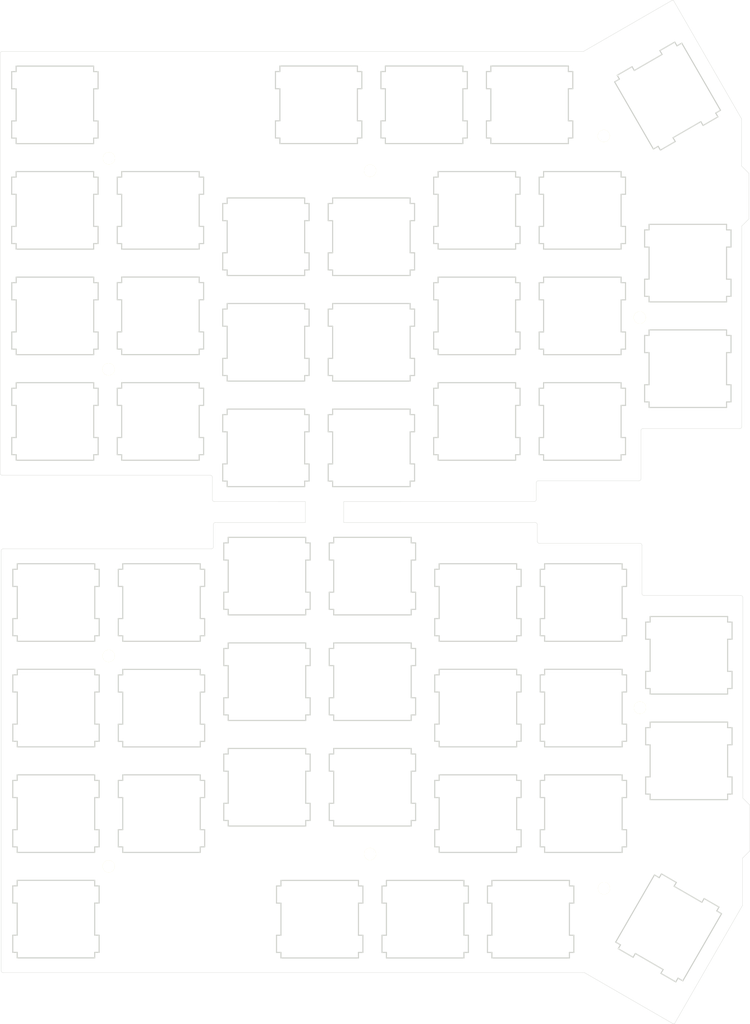
<source format=kicad_pcb>
(kicad_pcb (version 20171130) (host pcbnew "(5.1.0-0)")
  (layers (0 F.Cu signal) (31 B.Cu signal) (34 B.Paste user) (35 F.Paste user) (36 B.SilkS user) (37 F.SilkS user) (38 B.Mask user) (39 F.Mask user) (44 Edge.Cuts user))
  (net 0 "")
  (module lily58:HOLE_M2 (layer F.Cu) (at 287.528 95.25)
    (fp_text reference HOLE_M2 hide)
    (fp_text value VAL** hide)
    (pad "" np_thru_hole circle (at 0 0) (size 2.2 2.2) (drill 2.2) (layers *.Cu *.Mask F.SilkS) (clearance 0.8))
  )
  (module lily58:HOLE_M2 (layer F.Cu) (at 287.528 133.223)
    (fp_text reference HOLE_M2 hide)
    (fp_text value VAL** hide)
    (pad "" np_thru_hole circle (at 0 0) (size 2.2 2.2) (drill 2.2) (layers *.Cu *.Mask F.SilkS) (clearance 0.8))
  )
  (module lily58:HOLE_M2 (layer F.Cu) (at 334.7339 131.0005)
    (fp_text reference HOLE_M2 hide)
    (fp_text value VAL** hide)
    (pad "" np_thru_hole circle (at 0 0) (size 2.2 2.2) (drill 2.2) (layers *.Cu *.Mask F.SilkS) (clearance 0.8))
  )
  (module lily58:HOLE_M2 (layer F.Cu) (at 376.9868 137.1727)
    (fp_text reference HOLE_M2 hide)
    (fp_text value VAL** hide)
    (pad "" np_thru_hole circle (at 0 0) (size 2.2 2.2) (drill 2.2) (layers *.Cu *.Mask F.SilkS) (clearance 0.8))
  )
  (module lily58:HOLE_M2 (layer F.Cu) (at 383.4765 104.5972)
    (fp_text reference HOLE_M2 hide)
    (fp_text value VAL** hide)
    (pad "" np_thru_hole circle (at 0 0) (size 2.2 2.2) (drill 2.2) (layers *.Cu *.Mask F.SilkS) (clearance 0.8))
  )
  (module lily58:HOLE_M2 (layer F.Cu) (at 376.9487 1.4097)
    (fp_text reference HOLE_M2 hide)
    (fp_text value VAL** hide)
    (pad "" np_thru_hole circle (at 0 0) (size 2.2 2.2) (drill 2.2) (layers *.Cu *.Mask F.SilkS) (clearance 0.8))
  )
  (module Keebio-Parts:breakaway-mousebites (layer F.Cu) (at 326.5008 70.796 180)
    (fp_text reference REF** hide)
    (fp_text value breakaway-mousebites hide)
    (pad "" np_thru_hole circle (at -2.54 -0.254 180) (size 0.7874 0.7874) (drill 0.7874) (layers *.Cu *.Mask))
    (pad "" np_thru_hole circle (at -1.27 -0.254 180) (size 0.7874 0.7874) (drill 0.7874) (layers *.Cu *.Mask))
    (pad "" np_thru_hole circle (at 2.54 -0.254 180) (size 0.7874 0.7874) (drill 0.7874) (layers *.Cu *.Mask))
    (pad "" np_thru_hole circle (at 1.27 -0.254 180) (size 0.7874 0.7874) (drill 0.7874) (layers *.Cu *.Mask))
    (pad "" np_thru_hole circle (at 0 -0.254 180) (size 0.7874 0.7874) (drill 0.7874) (layers *.Cu *.Mask))
  )
  (module Keebio-Parts:breakaway-mousebites (layer F.Cu) (at 326.5008 67.796)
    (fp_text reference REF** hide)
    (fp_text value breakaway-mousebites hide)
    (pad "" np_thru_hole circle (at 0 -0.254) (size 0.7874 0.7874) (drill 0.7874) (layers *.Cu *.Mask))
    (pad "" np_thru_hole circle (at 1.27 -0.254) (size 0.7874 0.7874) (drill 0.7874) (layers *.Cu *.Mask))
    (pad "" np_thru_hole circle (at 2.54 -0.254) (size 0.7874 0.7874) (drill 0.7874) (layers *.Cu *.Mask))
    (pad "" np_thru_hole circle (at -1.27 -0.254) (size 0.7874 0.7874) (drill 0.7874) (layers *.Cu *.Mask))
    (pad "" np_thru_hole circle (at -2.54 -0.254) (size 0.7874 0.7874) (drill 0.7874) (layers *.Cu *.Mask))
  )
  (module lily58:HOLE_M2 (layer F.Cu) (at 383.4384 34.1884)
    (fp_text reference HOLE_M2 hide)
    (fp_text value VAL** hide)
    (pad "" np_thru_hole circle (at 0 0) (size 2.2 2.2) (drill 2.2) (layers *.Cu *.Mask F.SilkS) (clearance 0.8))
  )
  (module lily58:HOLE_M2 (layer F.Cu) (at 287.4899 43.5229)
    (fp_text reference HOLE_M2 hide)
    (fp_text value VAL** hide)
    (pad "" np_thru_hole circle (at 0 0) (size 2.2 2.2) (drill 2.2) (layers *.Cu *.Mask F.SilkS) (clearance 0.8))
  )
  (module lily58:HOLE_M2 (layer F.Cu) (at 287.5661 5.4356)
    (fp_text reference HOLE_M2 hide)
    (fp_text value VAL** hide)
    (pad "" np_thru_hole circle (at 0 0) (size 2.2 2.2) (drill 2.2) (layers *.Cu *.Mask F.SilkS) (clearance 0.8))
  )
  (module lily58:HOLE_M2 (layer F.Cu) (at 334.7339 7.6835)
    (fp_text reference HOLE_M2 hide)
    (fp_text value VAL** hide)
    (pad "" np_thru_hole circle (at 0 0) (size 2.2 2.2) (drill 2.2) (layers *.Cu *.Mask F.SilkS) (clearance 0.8))
  )
  (gr_line (start 347.211416 130.7087) (end 361.212116 130.7087) (layer Edge.Cuts) (width 0.2))
  (gr_line (start 362.011116 129.7096) (end 362.011116 126.6091) (layer Edge.Cuts) (width 0.2))
  (gr_line (start 346.412016 129.7096) (end 347.211416 129.7096) (layer Edge.Cuts) (width 0.2))
  (gr_line (start 347.211416 126.6091) (end 346.412016 126.6091) (layer Edge.Cuts) (width 0.2))
  (gr_line (start 347.211416 116.7094) (end 347.211416 117.7099) (layer Edge.Cuts) (width 0.2))
  (gr_line (start 347.211416 117.7099) (end 346.412016 117.7099) (layer Edge.Cuts) (width 0.2))
  (gr_line (start 346.412016 120.8091) (end 347.211416 120.8091) (layer Edge.Cuts) (width 0.2))
  (gr_line (start 361.212116 126.6091) (end 361.212116 120.8091) (layer Edge.Cuts) (width 0.2))
  (gr_line (start 362.011116 126.6091) (end 361.212116 126.6091) (layer Edge.Cuts) (width 0.2))
  (gr_line (start 347.211416 120.8091) (end 347.211416 126.6091) (layer Edge.Cuts) (width 0.2))
  (gr_line (start 362.011116 117.7099) (end 361.212116 117.7099) (layer Edge.Cuts) (width 0.2))
  (gr_line (start 346.412016 126.6091) (end 346.412016 129.7096) (layer Edge.Cuts) (width 0.2))
  (gr_line (start 361.212116 129.7096) (end 362.011116 129.7096) (layer Edge.Cuts) (width 0.2))
  (gr_line (start 361.212116 130.7087) (end 361.212116 129.7096) (layer Edge.Cuts) (width 0.2))
  (gr_line (start 361.212116 120.8091) (end 362.011116 120.8091) (layer Edge.Cuts) (width 0.2))
  (gr_line (start 362.011116 120.8091) (end 362.011116 117.7099) (layer Edge.Cuts) (width 0.2))
  (gr_line (start 361.212116 117.7099) (end 361.212116 116.7094) (layer Edge.Cuts) (width 0.2))
  (gr_line (start 361.212116 116.7094) (end 347.211416 116.7094) (layer Edge.Cuts) (width 0.2))
  (gr_line (start 347.211416 129.7096) (end 347.211416 130.7087) (layer Edge.Cuts) (width 0.2))
  (gr_line (start 384.512016 108.1849) (end 384.512016 111.2841) (layer Edge.Cuts) (width 0.2))
  (gr_line (start 385.311416 121.1837) (end 399.312116 121.1837) (layer Edge.Cuts) (width 0.2))
  (gr_line (start 400.111116 120.1846) (end 400.111116 117.0841) (layer Edge.Cuts) (width 0.2))
  (gr_line (start 384.512016 120.1846) (end 385.311416 120.1846) (layer Edge.Cuts) (width 0.2))
  (gr_line (start 385.311416 117.0841) (end 384.512016 117.0841) (layer Edge.Cuts) (width 0.2))
  (gr_line (start 385.311416 107.1844) (end 385.311416 108.1849) (layer Edge.Cuts) (width 0.2))
  (gr_line (start 385.311416 108.1849) (end 384.512016 108.1849) (layer Edge.Cuts) (width 0.2))
  (gr_line (start 384.512016 111.2841) (end 385.311416 111.2841) (layer Edge.Cuts) (width 0.2))
  (gr_line (start 399.312116 117.0841) (end 399.312116 111.2841) (layer Edge.Cuts) (width 0.2))
  (gr_line (start 400.111116 117.0841) (end 399.312116 117.0841) (layer Edge.Cuts) (width 0.2))
  (gr_line (start 385.311416 111.2841) (end 385.311416 117.0841) (layer Edge.Cuts) (width 0.2))
  (gr_line (start 400.111116 108.1849) (end 399.312116 108.1849) (layer Edge.Cuts) (width 0.2))
  (gr_line (start 384.512016 117.0841) (end 384.512016 120.1846) (layer Edge.Cuts) (width 0.2))
  (gr_line (start 399.312116 120.1846) (end 400.111116 120.1846) (layer Edge.Cuts) (width 0.2))
  (gr_line (start 399.312116 121.1837) (end 399.312116 120.1846) (layer Edge.Cuts) (width 0.2))
  (gr_line (start 399.312116 111.2841) (end 400.111116 111.2841) (layer Edge.Cuts) (width 0.2))
  (gr_line (start 400.111116 111.2841) (end 400.111116 108.1849) (layer Edge.Cuts) (width 0.2))
  (gr_line (start 399.312116 108.1849) (end 399.312116 107.1844) (layer Edge.Cuts) (width 0.2))
  (gr_line (start 399.312116 107.1844) (end 385.311416 107.1844) (layer Edge.Cuts) (width 0.2))
  (gr_line (start 385.311416 120.1846) (end 385.311416 121.1837) (layer Edge.Cuts) (width 0.2))
  (gr_line (start 384.512016 89.1349) (end 384.512016 92.2341) (layer Edge.Cuts) (width 0.2))
  (gr_line (start 385.311416 102.1337) (end 399.312116 102.1337) (layer Edge.Cuts) (width 0.2))
  (gr_line (start 400.111116 101.1346) (end 400.111116 98.0341) (layer Edge.Cuts) (width 0.2))
  (gr_line (start 384.512016 101.1346) (end 385.311416 101.1346) (layer Edge.Cuts) (width 0.2))
  (gr_line (start 385.311416 98.0341) (end 384.512016 98.0341) (layer Edge.Cuts) (width 0.2))
  (gr_line (start 385.311416 88.1344) (end 385.311416 89.1349) (layer Edge.Cuts) (width 0.2))
  (gr_line (start 385.311416 89.1349) (end 384.512016 89.1349) (layer Edge.Cuts) (width 0.2))
  (gr_line (start 384.512016 92.2341) (end 385.311416 92.2341) (layer Edge.Cuts) (width 0.2))
  (gr_line (start 399.312116 98.0341) (end 399.312116 92.2341) (layer Edge.Cuts) (width 0.2))
  (gr_line (start 400.111116 98.0341) (end 399.312116 98.0341) (layer Edge.Cuts) (width 0.2))
  (gr_line (start 385.311416 92.2341) (end 385.311416 98.0341) (layer Edge.Cuts) (width 0.2))
  (gr_line (start 400.111116 89.1349) (end 399.312116 89.1349) (layer Edge.Cuts) (width 0.2))
  (gr_line (start 384.512016 98.0341) (end 384.512016 101.1346) (layer Edge.Cuts) (width 0.2))
  (gr_line (start 399.312116 101.1346) (end 400.111116 101.1346) (layer Edge.Cuts) (width 0.2))
  (gr_line (start 399.312116 102.1337) (end 399.312116 101.1346) (layer Edge.Cuts) (width 0.2))
  (gr_line (start 399.312116 92.2341) (end 400.111116 92.2341) (layer Edge.Cuts) (width 0.2))
  (gr_line (start 400.111116 92.2341) (end 400.111116 89.1349) (layer Edge.Cuts) (width 0.2))
  (gr_line (start 399.312116 89.1349) (end 399.312116 88.1344) (layer Edge.Cuts) (width 0.2))
  (gr_line (start 399.312116 88.1344) (end 385.311416 88.1344) (layer Edge.Cuts) (width 0.2))
  (gr_line (start 385.311416 101.1346) (end 385.311416 102.1337) (layer Edge.Cuts) (width 0.2))
  (gr_line (start 365.462016 79.6099) (end 365.462016 82.7091) (layer Edge.Cuts) (width 0.2))
  (gr_line (start 366.261416 92.6087) (end 380.262116 92.6087) (layer Edge.Cuts) (width 0.2))
  (gr_line (start 381.061116 91.6096) (end 381.061116 88.5091) (layer Edge.Cuts) (width 0.2))
  (gr_line (start 365.462016 91.6096) (end 366.261416 91.6096) (layer Edge.Cuts) (width 0.2))
  (gr_line (start 366.261416 88.5091) (end 365.462016 88.5091) (layer Edge.Cuts) (width 0.2))
  (gr_line (start 366.261416 78.6094) (end 366.261416 79.6099) (layer Edge.Cuts) (width 0.2))
  (gr_line (start 366.261416 79.6099) (end 365.462016 79.6099) (layer Edge.Cuts) (width 0.2))
  (gr_line (start 365.462016 82.7091) (end 366.261416 82.7091) (layer Edge.Cuts) (width 0.2))
  (gr_line (start 380.262116 88.5091) (end 380.262116 82.7091) (layer Edge.Cuts) (width 0.2))
  (gr_line (start 381.061116 88.5091) (end 380.262116 88.5091) (layer Edge.Cuts) (width 0.2))
  (gr_line (start 366.261416 82.7091) (end 366.261416 88.5091) (layer Edge.Cuts) (width 0.2))
  (gr_line (start 381.061116 79.6099) (end 380.262116 79.6099) (layer Edge.Cuts) (width 0.2))
  (gr_line (start 365.462016 88.5091) (end 365.462016 91.6096) (layer Edge.Cuts) (width 0.2))
  (gr_line (start 380.262116 91.6096) (end 381.061116 91.6096) (layer Edge.Cuts) (width 0.2))
  (gr_line (start 380.262116 92.6087) (end 380.262116 91.6096) (layer Edge.Cuts) (width 0.2))
  (gr_line (start 380.262116 82.7091) (end 381.061116 82.7091) (layer Edge.Cuts) (width 0.2))
  (gr_line (start 381.061116 82.7091) (end 381.061116 79.6099) (layer Edge.Cuts) (width 0.2))
  (gr_line (start 380.262116 79.6099) (end 380.262116 78.6094) (layer Edge.Cuts) (width 0.2))
  (gr_line (start 380.262116 78.6094) (end 366.261416 78.6094) (layer Edge.Cuts) (width 0.2))
  (gr_line (start 366.261416 91.6096) (end 366.261416 92.6087) (layer Edge.Cuts) (width 0.2))
  (gr_line (start 370.737116 139.8591) (end 371.536116 139.8591) (layer Edge.Cuts) (width 0.2))
  (gr_line (start 371.536116 139.8591) (end 371.536116 136.7599) (layer Edge.Cuts) (width 0.2))
  (gr_line (start 370.737116 136.7599) (end 370.737116 135.7594) (layer Edge.Cuts) (width 0.2))
  (gr_line (start 370.737116 135.7594) (end 356.736416 135.7594) (layer Edge.Cuts) (width 0.2))
  (gr_line (start 356.736416 148.7596) (end 356.736416 149.7587) (layer Edge.Cuts) (width 0.2))
  (gr_line (start 365.462016 117.7099) (end 365.462016 120.8091) (layer Edge.Cuts) (width 0.2))
  (gr_line (start 366.261416 130.7087) (end 380.262116 130.7087) (layer Edge.Cuts) (width 0.2))
  (gr_line (start 381.061116 129.7096) (end 381.061116 126.6091) (layer Edge.Cuts) (width 0.2))
  (gr_line (start 365.462016 129.7096) (end 366.261416 129.7096) (layer Edge.Cuts) (width 0.2))
  (gr_line (start 366.261416 126.6091) (end 365.462016 126.6091) (layer Edge.Cuts) (width 0.2))
  (gr_line (start 366.261416 116.7094) (end 366.261416 117.7099) (layer Edge.Cuts) (width 0.2))
  (gr_line (start 366.261416 117.7099) (end 365.462016 117.7099) (layer Edge.Cuts) (width 0.2))
  (gr_line (start 365.462016 120.8091) (end 366.261416 120.8091) (layer Edge.Cuts) (width 0.2))
  (gr_line (start 380.262116 126.6091) (end 380.262116 120.8091) (layer Edge.Cuts) (width 0.2))
  (gr_line (start 381.061116 126.6091) (end 380.262116 126.6091) (layer Edge.Cuts) (width 0.2))
  (gr_line (start 366.261416 120.8091) (end 366.261416 126.6091) (layer Edge.Cuts) (width 0.2))
  (gr_line (start 381.061116 117.7099) (end 380.262116 117.7099) (layer Edge.Cuts) (width 0.2))
  (gr_line (start 365.462016 126.6091) (end 365.462016 129.7096) (layer Edge.Cuts) (width 0.2))
  (gr_line (start 380.262116 129.7096) (end 381.061116 129.7096) (layer Edge.Cuts) (width 0.2))
  (gr_line (start 380.262116 130.7087) (end 380.262116 129.7096) (layer Edge.Cuts) (width 0.2))
  (gr_line (start 380.262116 120.8091) (end 381.061116 120.8091) (layer Edge.Cuts) (width 0.2))
  (gr_line (start 381.061116 120.8091) (end 381.061116 117.7099) (layer Edge.Cuts) (width 0.2))
  (gr_line (start 380.262116 117.7099) (end 380.262116 116.7094) (layer Edge.Cuts) (width 0.2))
  (gr_line (start 380.262116 116.7094) (end 366.261416 116.7094) (layer Edge.Cuts) (width 0.2))
  (gr_line (start 366.261416 129.7096) (end 366.261416 130.7087) (layer Edge.Cuts) (width 0.2))
  (gr_line (start 346.412016 117.7099) (end 346.412016 120.8091) (layer Edge.Cuts) (width 0.2))
  (gr_line (start 323.911116 105.8971) (end 323.911116 102.7966) (layer Edge.Cuts) (width 0.2))
  (gr_line (start 323.112116 96.9966) (end 323.911116 96.9966) (layer Edge.Cuts) (width 0.2))
  (gr_line (start 323.911116 96.9966) (end 323.911116 93.8974) (layer Edge.Cuts) (width 0.2))
  (gr_line (start 323.112116 93.8974) (end 323.112116 92.8969) (layer Edge.Cuts) (width 0.2))
  (gr_line (start 323.112116 92.8969) (end 309.111416 92.8969) (layer Edge.Cuts) (width 0.2))
  (gr_line (start 309.111416 92.8969) (end 309.111416 93.8974) (layer Edge.Cuts) (width 0.2))
  (gr_line (start 309.111416 93.8974) (end 308.312016 93.8974) (layer Edge.Cuts) (width 0.2))
  (gr_line (start 308.312016 96.9966) (end 309.111416 96.9966) (layer Edge.Cuts) (width 0.2))
  (gr_line (start 323.112116 102.7966) (end 323.112116 96.9966) (layer Edge.Cuts) (width 0.2))
  (gr_line (start 323.911116 102.7966) (end 323.112116 102.7966) (layer Edge.Cuts) (width 0.2))
  (gr_line (start 309.111416 96.9966) (end 309.111416 102.7966) (layer Edge.Cuts) (width 0.2))
  (gr_line (start 323.911116 93.8974) (end 323.112116 93.8974) (layer Edge.Cuts) (width 0.2))
  (gr_line (start 308.312016 102.7966) (end 308.312016 105.8971) (layer Edge.Cuts) (width 0.2))
  (gr_line (start 323.112116 105.8971) (end 323.911116 105.8971) (layer Edge.Cuts) (width 0.2))
  (gr_line (start 323.112116 106.8962) (end 323.112116 105.8971) (layer Edge.Cuts) (width 0.2))
  (gr_line (start 290.061416 110.6723) (end 290.061416 111.6714) (layer Edge.Cuts) (width 0.2))
  (gr_line (start 289.262016 110.6723) (end 290.061416 110.6723) (layer Edge.Cuts) (width 0.2))
  (gr_line (start 290.061416 107.5718) (end 289.262016 107.5718) (layer Edge.Cuts) (width 0.2))
  (gr_line (start 289.262016 98.6726) (end 289.262016 101.7718) (layer Edge.Cuts) (width 0.2))
  (gr_line (start 290.061416 111.6714) (end 304.062116 111.6714) (layer Edge.Cuts) (width 0.2))
  (gr_line (start 304.861116 110.6723) (end 304.861116 107.5718) (layer Edge.Cuts) (width 0.2))
  (gr_line (start 304.062116 101.7718) (end 304.861116 101.7718) (layer Edge.Cuts) (width 0.2))
  (gr_line (start 304.861116 101.7718) (end 304.861116 98.6726) (layer Edge.Cuts) (width 0.2))
  (gr_line (start 304.062116 98.6726) (end 304.062116 97.6721) (layer Edge.Cuts) (width 0.2))
  (gr_line (start 304.062116 97.6721) (end 290.061416 97.6721) (layer Edge.Cuts) (width 0.2))
  (gr_line (start 290.061416 97.6721) (end 290.061416 98.6726) (layer Edge.Cuts) (width 0.2))
  (gr_line (start 290.061416 98.6726) (end 289.262016 98.6726) (layer Edge.Cuts) (width 0.2))
  (gr_line (start 289.262016 101.7718) (end 290.061416 101.7718) (layer Edge.Cuts) (width 0.2))
  (gr_line (start 304.062116 107.5718) (end 304.062116 101.7718) (layer Edge.Cuts) (width 0.2))
  (gr_line (start 304.861116 107.5718) (end 304.062116 107.5718) (layer Edge.Cuts) (width 0.2))
  (gr_line (start 290.061416 101.7718) (end 290.061416 107.5718) (layer Edge.Cuts) (width 0.2))
  (gr_line (start 304.861116 98.6726) (end 304.062116 98.6726) (layer Edge.Cuts) (width 0.2))
  (gr_line (start 289.262016 107.5718) (end 289.262016 110.6723) (layer Edge.Cuts) (width 0.2))
  (gr_line (start 304.062116 110.6723) (end 304.861116 110.6723) (layer Edge.Cuts) (width 0.2))
  (gr_line (start 304.062116 111.6714) (end 304.062116 110.6723) (layer Edge.Cuts) (width 0.2))
  (gr_line (start 271.011416 110.6596) (end 271.011416 111.6587) (layer Edge.Cuts) (width 0.2))
  (gr_line (start 270.212016 110.6596) (end 271.011416 110.6596) (layer Edge.Cuts) (width 0.2))
  (gr_line (start 271.011416 107.5591) (end 270.212016 107.5591) (layer Edge.Cuts) (width 0.2))
  (gr_line (start 270.212016 98.6599) (end 270.212016 101.7591) (layer Edge.Cuts) (width 0.2))
  (gr_line (start 271.011416 111.6587) (end 285.012116 111.6587) (layer Edge.Cuts) (width 0.2))
  (gr_line (start 285.811116 110.6596) (end 285.811116 107.5591) (layer Edge.Cuts) (width 0.2))
  (gr_line (start 285.012116 101.7591) (end 285.811116 101.7591) (layer Edge.Cuts) (width 0.2))
  (gr_line (start 285.811116 101.7591) (end 285.811116 98.6599) (layer Edge.Cuts) (width 0.2))
  (gr_line (start 285.012116 98.6599) (end 285.012116 97.6594) (layer Edge.Cuts) (width 0.2))
  (gr_line (start 285.012116 97.6594) (end 271.011416 97.6594) (layer Edge.Cuts) (width 0.2))
  (gr_line (start 271.011416 97.6594) (end 271.011416 98.6599) (layer Edge.Cuts) (width 0.2))
  (gr_line (start 271.011416 98.6599) (end 270.212016 98.6599) (layer Edge.Cuts) (width 0.2))
  (gr_line (start 270.212016 101.7591) (end 271.011416 101.7591) (layer Edge.Cuts) (width 0.2))
  (gr_line (start 285.012116 107.5591) (end 285.012116 101.7591) (layer Edge.Cuts) (width 0.2))
  (gr_line (start 285.811116 107.5591) (end 285.012116 107.5591) (layer Edge.Cuts) (width 0.2))
  (gr_line (start 271.011416 101.7591) (end 271.011416 107.5591) (layer Edge.Cuts) (width 0.2))
  (gr_line (start 285.811116 98.6599) (end 285.012116 98.6599) (layer Edge.Cuts) (width 0.2))
  (gr_line (start 270.212016 107.5591) (end 270.212016 110.6596) (layer Edge.Cuts) (width 0.2))
  (gr_line (start 285.012116 110.6596) (end 285.811116 110.6596) (layer Edge.Cuts) (width 0.2))
  (gr_line (start 285.012116 111.6587) (end 285.012116 110.6596) (layer Edge.Cuts) (width 0.2))
  (gr_line (start 271.011416 91.6096) (end 271.011416 92.6087) (layer Edge.Cuts) (width 0.2))
  (gr_line (start 270.212016 91.6096) (end 271.011416 91.6096) (layer Edge.Cuts) (width 0.2))
  (gr_line (start 271.011416 88.5091) (end 270.212016 88.5091) (layer Edge.Cuts) (width 0.2))
  (gr_line (start 270.212016 79.6099) (end 270.212016 82.7091) (layer Edge.Cuts) (width 0.2))
  (gr_line (start 271.011416 92.6087) (end 285.012116 92.6087) (layer Edge.Cuts) (width 0.2))
  (gr_line (start 285.811116 91.6096) (end 285.811116 88.5091) (layer Edge.Cuts) (width 0.2))
  (gr_line (start 285.012116 82.7091) (end 285.811116 82.7091) (layer Edge.Cuts) (width 0.2))
  (gr_line (start 285.811116 82.7091) (end 285.811116 79.6099) (layer Edge.Cuts) (width 0.2))
  (gr_line (start 285.012116 79.6099) (end 285.012116 78.6094) (layer Edge.Cuts) (width 0.2))
  (gr_line (start 285.012116 78.6094) (end 271.011416 78.6094) (layer Edge.Cuts) (width 0.2))
  (gr_line (start 271.011416 78.6094) (end 271.011416 79.6099) (layer Edge.Cuts) (width 0.2))
  (gr_line (start 271.011416 79.6099) (end 270.212016 79.6099) (layer Edge.Cuts) (width 0.2))
  (gr_line (start 270.212016 82.7091) (end 271.011416 82.7091) (layer Edge.Cuts) (width 0.2))
  (gr_line (start 285.012116 88.5091) (end 285.012116 82.7091) (layer Edge.Cuts) (width 0.2))
  (gr_line (start 285.811116 88.5091) (end 285.012116 88.5091) (layer Edge.Cuts) (width 0.2))
  (gr_line (start 271.011416 82.7091) (end 271.011416 88.5091) (layer Edge.Cuts) (width 0.2))
  (gr_line (start 285.811116 79.6099) (end 285.012116 79.6099) (layer Edge.Cuts) (width 0.2))
  (gr_line (start 270.212016 88.5091) (end 270.212016 91.6096) (layer Edge.Cuts) (width 0.2))
  (gr_line (start 285.012116 91.6096) (end 285.811116 91.6096) (layer Edge.Cuts) (width 0.2))
  (gr_line (start 285.012116 92.6087) (end 285.012116 91.6096) (layer Edge.Cuts) (width 0.2))
  (gr_line (start 290.061416 91.6096) (end 290.061416 92.6087) (layer Edge.Cuts) (width 0.2))
  (gr_line (start 289.262016 91.6096) (end 290.061416 91.6096) (layer Edge.Cuts) (width 0.2))
  (gr_line (start 290.061416 88.5091) (end 289.262016 88.5091) (layer Edge.Cuts) (width 0.2))
  (gr_line (start 289.262016 79.6099) (end 289.262016 82.7091) (layer Edge.Cuts) (width 0.2))
  (gr_line (start 290.061416 92.6087) (end 304.062116 92.6087) (layer Edge.Cuts) (width 0.2))
  (gr_line (start 304.861116 91.6096) (end 304.861116 88.5091) (layer Edge.Cuts) (width 0.2))
  (gr_line (start 304.062116 82.7091) (end 304.861116 82.7091) (layer Edge.Cuts) (width 0.2))
  (gr_line (start 304.861116 82.7091) (end 304.861116 79.6099) (layer Edge.Cuts) (width 0.2))
  (gr_line (start 304.062116 79.6099) (end 304.062116 78.6094) (layer Edge.Cuts) (width 0.2))
  (gr_line (start 304.062116 78.6094) (end 290.061416 78.6094) (layer Edge.Cuts) (width 0.2))
  (gr_line (start 290.061416 78.6094) (end 290.061416 79.6099) (layer Edge.Cuts) (width 0.2))
  (gr_line (start 290.061416 79.6099) (end 289.262016 79.6099) (layer Edge.Cuts) (width 0.2))
  (gr_line (start 289.262016 82.7091) (end 290.061416 82.7091) (layer Edge.Cuts) (width 0.2))
  (gr_line (start 304.062116 88.5091) (end 304.062116 82.7091) (layer Edge.Cuts) (width 0.2))
  (gr_line (start 304.861116 88.5091) (end 304.062116 88.5091) (layer Edge.Cuts) (width 0.2))
  (gr_line (start 290.061416 82.7091) (end 290.061416 88.5091) (layer Edge.Cuts) (width 0.2))
  (gr_line (start 304.861116 79.6099) (end 304.062116 79.6099) (layer Edge.Cuts) (width 0.2))
  (gr_line (start 289.262016 88.5091) (end 289.262016 91.6096) (layer Edge.Cuts) (width 0.2))
  (gr_line (start 304.062116 91.6096) (end 304.861116 91.6096) (layer Edge.Cuts) (width 0.2))
  (gr_line (start 304.062116 92.6087) (end 304.062116 91.6096) (layer Edge.Cuts) (width 0.2))
  (gr_line (start 328.161416 86.8471) (end 328.161416 87.8462) (layer Edge.Cuts) (width 0.2))
  (gr_line (start 327.362016 86.8471) (end 328.161416 86.8471) (layer Edge.Cuts) (width 0.2))
  (gr_line (start 328.161416 83.7466) (end 327.362016 83.7466) (layer Edge.Cuts) (width 0.2))
  (gr_line (start 327.362016 74.8474) (end 327.362016 77.9466) (layer Edge.Cuts) (width 0.2))
  (gr_line (start 328.161416 87.8462) (end 342.162116 87.8462) (layer Edge.Cuts) (width 0.2))
  (gr_line (start 342.961116 86.8471) (end 342.961116 83.7466) (layer Edge.Cuts) (width 0.2))
  (gr_line (start 327.362016 105.8971) (end 328.161416 105.8971) (layer Edge.Cuts) (width 0.2))
  (gr_line (start 328.161416 102.7966) (end 327.362016 102.7966) (layer Edge.Cuts) (width 0.2))
  (gr_line (start 327.362016 93.8974) (end 327.362016 96.9966) (layer Edge.Cuts) (width 0.2))
  (gr_line (start 328.161416 106.8962) (end 342.162116 106.8962) (layer Edge.Cuts) (width 0.2))
  (gr_line (start 342.961116 105.8971) (end 342.961116 102.7966) (layer Edge.Cuts) (width 0.2))
  (gr_line (start 342.162116 96.9966) (end 342.961116 96.9966) (layer Edge.Cuts) (width 0.2))
  (gr_line (start 342.961116 96.9966) (end 342.961116 93.8974) (layer Edge.Cuts) (width 0.2))
  (gr_line (start 342.162116 93.8974) (end 342.162116 92.8969) (layer Edge.Cuts) (width 0.2))
  (gr_line (start 342.162116 92.8969) (end 328.161416 92.8969) (layer Edge.Cuts) (width 0.2))
  (gr_line (start 328.161416 92.8969) (end 328.161416 93.8974) (layer Edge.Cuts) (width 0.2))
  (gr_line (start 328.161416 93.8974) (end 327.362016 93.8974) (layer Edge.Cuts) (width 0.2))
  (gr_line (start 327.362016 96.9966) (end 328.161416 96.9966) (layer Edge.Cuts) (width 0.2))
  (gr_line (start 342.162116 102.7966) (end 342.162116 96.9966) (layer Edge.Cuts) (width 0.2))
  (gr_line (start 342.961116 102.7966) (end 342.162116 102.7966) (layer Edge.Cuts) (width 0.2))
  (gr_line (start 328.161416 96.9966) (end 328.161416 102.7966) (layer Edge.Cuts) (width 0.2))
  (gr_line (start 342.961116 93.8974) (end 342.162116 93.8974) (layer Edge.Cuts) (width 0.2))
  (gr_line (start 327.362016 102.7966) (end 327.362016 105.8971) (layer Edge.Cuts) (width 0.2))
  (gr_line (start 342.162116 105.8971) (end 342.961116 105.8971) (layer Edge.Cuts) (width 0.2))
  (gr_line (start 342.162116 106.8962) (end 342.162116 105.8971) (layer Edge.Cuts) (width 0.2))
  (gr_line (start 309.111416 105.8971) (end 309.111416 106.8962) (layer Edge.Cuts) (width 0.2))
  (gr_line (start 308.312016 105.8971) (end 309.111416 105.8971) (layer Edge.Cuts) (width 0.2))
  (gr_line (start 309.111416 102.7966) (end 308.312016 102.7966) (layer Edge.Cuts) (width 0.2))
  (gr_line (start 308.312016 93.8974) (end 308.312016 96.9966) (layer Edge.Cuts) (width 0.2))
  (gr_line (start 309.111416 106.8962) (end 323.112116 106.8962) (layer Edge.Cuts) (width 0.2))
  (gr_line (start 270.998716 148.7469) (end 270.998716 149.746) (layer Edge.Cuts) (width 0.2))
  (gr_line (start 270.199316 148.7469) (end 270.998716 148.7469) (layer Edge.Cuts) (width 0.2))
  (gr_line (start 270.998716 145.6464) (end 270.199316 145.6464) (layer Edge.Cuts) (width 0.2))
  (gr_line (start 270.199316 136.7472) (end 270.199316 139.8464) (layer Edge.Cuts) (width 0.2))
  (gr_line (start 270.998716 149.746) (end 284.999416 149.746) (layer Edge.Cuts) (width 0.2))
  (gr_line (start 285.798416 148.7469) (end 285.798416 145.6464) (layer Edge.Cuts) (width 0.2))
  (gr_line (start 284.999416 139.8464) (end 285.798416 139.8464) (layer Edge.Cuts) (width 0.2))
  (gr_line (start 285.798416 139.8464) (end 285.798416 136.7472) (layer Edge.Cuts) (width 0.2))
  (gr_line (start 284.999416 136.7472) (end 284.999416 135.7467) (layer Edge.Cuts) (width 0.2))
  (gr_line (start 284.999416 135.7467) (end 270.998716 135.7467) (layer Edge.Cuts) (width 0.2))
  (gr_line (start 270.998716 135.7467) (end 270.998716 136.7472) (layer Edge.Cuts) (width 0.2))
  (gr_line (start 270.998716 136.7472) (end 270.199316 136.7472) (layer Edge.Cuts) (width 0.2))
  (gr_line (start 270.199316 139.8464) (end 270.998716 139.8464) (layer Edge.Cuts) (width 0.2))
  (gr_line (start 284.999416 145.6464) (end 284.999416 139.8464) (layer Edge.Cuts) (width 0.2))
  (gr_line (start 285.798416 145.6464) (end 284.999416 145.6464) (layer Edge.Cuts) (width 0.2))
  (gr_line (start 270.998716 139.8464) (end 270.998716 145.6464) (layer Edge.Cuts) (width 0.2))
  (gr_line (start 285.798416 136.7472) (end 284.999416 136.7472) (layer Edge.Cuts) (width 0.2))
  (gr_line (start 270.199316 145.6464) (end 270.199316 148.7469) (layer Edge.Cuts) (width 0.2))
  (gr_line (start 284.999416 148.7469) (end 285.798416 148.7469) (layer Edge.Cuts) (width 0.2))
  (gr_line (start 284.999416 149.746) (end 284.999416 148.7469) (layer Edge.Cuts) (width 0.2))
  (gr_line (start 270.998716 129.7096) (end 270.998716 130.7087) (layer Edge.Cuts) (width 0.2))
  (gr_line (start 270.199316 129.7096) (end 270.998716 129.7096) (layer Edge.Cuts) (width 0.2))
  (gr_line (start 270.998716 126.6091) (end 270.199316 126.6091) (layer Edge.Cuts) (width 0.2))
  (gr_line (start 270.199316 117.7099) (end 270.199316 120.8091) (layer Edge.Cuts) (width 0.2))
  (gr_line (start 270.998716 130.7087) (end 284.999416 130.7087) (layer Edge.Cuts) (width 0.2))
  (gr_line (start 285.798416 129.7096) (end 285.798416 126.6091) (layer Edge.Cuts) (width 0.2))
  (gr_line (start 284.999416 120.8091) (end 285.798416 120.8091) (layer Edge.Cuts) (width 0.2))
  (gr_line (start 285.798416 120.8091) (end 285.798416 117.7099) (layer Edge.Cuts) (width 0.2))
  (gr_line (start 284.999416 117.7099) (end 284.999416 116.7094) (layer Edge.Cuts) (width 0.2))
  (gr_line (start 284.999416 116.7094) (end 270.998716 116.7094) (layer Edge.Cuts) (width 0.2))
  (gr_line (start 270.998716 116.7094) (end 270.998716 117.7099) (layer Edge.Cuts) (width 0.2))
  (gr_line (start 270.998716 117.7099) (end 270.199316 117.7099) (layer Edge.Cuts) (width 0.2))
  (gr_line (start 270.199316 120.8091) (end 270.998716 120.8091) (layer Edge.Cuts) (width 0.2))
  (gr_line (start 284.999416 126.6091) (end 284.999416 120.8091) (layer Edge.Cuts) (width 0.2))
  (gr_line (start 285.798416 126.6091) (end 284.999416 126.6091) (layer Edge.Cuts) (width 0.2))
  (gr_line (start 270.998716 120.8091) (end 270.998716 126.6091) (layer Edge.Cuts) (width 0.2))
  (gr_line (start 285.798416 117.7099) (end 284.999416 117.7099) (layer Edge.Cuts) (width 0.2))
  (gr_line (start 270.199316 126.6091) (end 270.199316 129.7096) (layer Edge.Cuts) (width 0.2))
  (gr_line (start 284.999416 129.7096) (end 285.798416 129.7096) (layer Edge.Cuts) (width 0.2))
  (gr_line (start 284.999416 130.7087) (end 284.999416 129.7096) (layer Edge.Cuts) (width 0.2))
  (gr_line (start 328.161416 124.9471) (end 328.161416 125.9462) (layer Edge.Cuts) (width 0.2))
  (gr_line (start 327.362016 124.9471) (end 328.161416 124.9471) (layer Edge.Cuts) (width 0.2))
  (gr_line (start 328.161416 121.8466) (end 327.362016 121.8466) (layer Edge.Cuts) (width 0.2))
  (gr_line (start 327.362016 112.9474) (end 327.362016 116.0466) (layer Edge.Cuts) (width 0.2))
  (gr_line (start 328.161416 125.9462) (end 342.162116 125.9462) (layer Edge.Cuts) (width 0.2))
  (gr_line (start 342.961116 124.9471) (end 342.961116 121.8466) (layer Edge.Cuts) (width 0.2))
  (gr_line (start 342.162116 116.0466) (end 342.961116 116.0466) (layer Edge.Cuts) (width 0.2))
  (gr_line (start 342.961116 116.0466) (end 342.961116 112.9474) (layer Edge.Cuts) (width 0.2))
  (gr_line (start 342.162116 112.9474) (end 342.162116 111.9469) (layer Edge.Cuts) (width 0.2))
  (gr_line (start 342.162116 111.9469) (end 328.161416 111.9469) (layer Edge.Cuts) (width 0.2))
  (gr_line (start 328.161416 111.9469) (end 328.161416 112.9474) (layer Edge.Cuts) (width 0.2))
  (gr_line (start 328.161416 112.9474) (end 327.362016 112.9474) (layer Edge.Cuts) (width 0.2))
  (gr_line (start 327.362016 116.0466) (end 328.161416 116.0466) (layer Edge.Cuts) (width 0.2))
  (gr_line (start 342.162116 121.8466) (end 342.162116 116.0466) (layer Edge.Cuts) (width 0.2))
  (gr_line (start 342.961116 121.8466) (end 342.162116 121.8466) (layer Edge.Cuts) (width 0.2))
  (gr_line (start 328.161416 116.0466) (end 328.161416 121.8466) (layer Edge.Cuts) (width 0.2))
  (gr_line (start 342.961116 112.9474) (end 342.162116 112.9474) (layer Edge.Cuts) (width 0.2))
  (gr_line (start 327.362016 121.8466) (end 327.362016 124.9471) (layer Edge.Cuts) (width 0.2))
  (gr_line (start 342.162116 124.9471) (end 342.961116 124.9471) (layer Edge.Cuts) (width 0.2))
  (gr_line (start 342.162116 125.9462) (end 342.162116 124.9471) (layer Edge.Cuts) (width 0.2))
  (gr_line (start 366.261416 110.6596) (end 366.261416 111.6587) (layer Edge.Cuts) (width 0.2))
  (gr_line (start 365.462016 110.6596) (end 366.261416 110.6596) (layer Edge.Cuts) (width 0.2))
  (gr_line (start 366.261416 107.5591) (end 365.462016 107.5591) (layer Edge.Cuts) (width 0.2))
  (gr_line (start 365.462016 98.6599) (end 365.462016 101.7591) (layer Edge.Cuts) (width 0.2))
  (gr_line (start 366.261416 111.6587) (end 380.262116 111.6587) (layer Edge.Cuts) (width 0.2))
  (gr_line (start 381.061116 110.6596) (end 381.061116 107.5591) (layer Edge.Cuts) (width 0.2))
  (gr_line (start 380.262116 101.7591) (end 381.061116 101.7591) (layer Edge.Cuts) (width 0.2))
  (gr_line (start 381.061116 101.7591) (end 381.061116 98.6599) (layer Edge.Cuts) (width 0.2))
  (gr_line (start 380.262116 98.6599) (end 380.262116 97.6594) (layer Edge.Cuts) (width 0.2))
  (gr_line (start 380.262116 97.6594) (end 366.261416 97.6594) (layer Edge.Cuts) (width 0.2))
  (gr_line (start 366.261416 97.6594) (end 366.261416 98.6599) (layer Edge.Cuts) (width 0.2))
  (gr_line (start 366.261416 98.6599) (end 365.462016 98.6599) (layer Edge.Cuts) (width 0.2))
  (gr_line (start 365.462016 101.7591) (end 366.261416 101.7591) (layer Edge.Cuts) (width 0.2))
  (gr_line (start 380.262116 107.5591) (end 380.262116 101.7591) (layer Edge.Cuts) (width 0.2))
  (gr_line (start 381.061116 107.5591) (end 380.262116 107.5591) (layer Edge.Cuts) (width 0.2))
  (gr_line (start 366.261416 101.7591) (end 366.261416 107.5591) (layer Edge.Cuts) (width 0.2))
  (gr_line (start 381.061116 98.6599) (end 380.262116 98.6599) (layer Edge.Cuts) (width 0.2))
  (gr_line (start 365.462016 107.5591) (end 365.462016 110.6596) (layer Edge.Cuts) (width 0.2))
  (gr_line (start 380.262116 110.6596) (end 381.061116 110.6596) (layer Edge.Cuts) (width 0.2))
  (gr_line (start 380.262116 111.6587) (end 380.262116 110.6596) (layer Edge.Cuts) (width 0.2))
  (gr_line (start 347.211416 110.6596) (end 347.211416 111.6587) (layer Edge.Cuts) (width 0.2))
  (gr_line (start 346.412016 110.6596) (end 347.211416 110.6596) (layer Edge.Cuts) (width 0.2))
  (gr_line (start 347.211416 107.5591) (end 346.412016 107.5591) (layer Edge.Cuts) (width 0.2))
  (gr_line (start 346.412016 98.6599) (end 346.412016 101.7591) (layer Edge.Cuts) (width 0.2))
  (gr_line (start 347.211416 111.6587) (end 361.212116 111.6587) (layer Edge.Cuts) (width 0.2))
  (gr_line (start 362.011116 110.6596) (end 362.011116 107.5591) (layer Edge.Cuts) (width 0.2))
  (gr_line (start 361.212116 101.7591) (end 362.011116 101.7591) (layer Edge.Cuts) (width 0.2))
  (gr_line (start 362.011116 101.7591) (end 362.011116 98.6599) (layer Edge.Cuts) (width 0.2))
  (gr_line (start 361.212116 98.6599) (end 361.212116 97.6594) (layer Edge.Cuts) (width 0.2))
  (gr_line (start 361.212116 97.6594) (end 347.211416 97.6594) (layer Edge.Cuts) (width 0.2))
  (gr_line (start 347.211416 97.6594) (end 347.211416 98.6599) (layer Edge.Cuts) (width 0.2))
  (gr_line (start 347.211416 98.6599) (end 346.412016 98.6599) (layer Edge.Cuts) (width 0.2))
  (gr_line (start 346.412016 101.7591) (end 347.211416 101.7591) (layer Edge.Cuts) (width 0.2))
  (gr_line (start 361.212116 107.5591) (end 361.212116 101.7591) (layer Edge.Cuts) (width 0.2))
  (gr_line (start 362.011116 107.5591) (end 361.212116 107.5591) (layer Edge.Cuts) (width 0.2))
  (gr_line (start 347.211416 101.7591) (end 347.211416 107.5591) (layer Edge.Cuts) (width 0.2))
  (gr_line (start 362.011116 98.6599) (end 361.212116 98.6599) (layer Edge.Cuts) (width 0.2))
  (gr_line (start 346.412016 107.5591) (end 346.412016 110.6596) (layer Edge.Cuts) (width 0.2))
  (gr_line (start 361.212116 110.6596) (end 362.011116 110.6596) (layer Edge.Cuts) (width 0.2))
  (gr_line (start 361.212116 111.6587) (end 361.212116 110.6596) (layer Edge.Cuts) (width 0.2))
  (gr_line (start 328.161416 105.8971) (end 328.161416 106.8962) (layer Edge.Cuts) (width 0.2))
  (gr_line (start 342.162116 77.9466) (end 342.961116 77.9466) (layer Edge.Cuts) (width 0.2))
  (gr_line (start 342.961116 77.9466) (end 342.961116 74.8474) (layer Edge.Cuts) (width 0.2))
  (gr_line (start 342.162116 74.8474) (end 342.162116 73.8469) (layer Edge.Cuts) (width 0.2))
  (gr_line (start 342.162116 73.8469) (end 328.161416 73.8469) (layer Edge.Cuts) (width 0.2))
  (gr_line (start 328.161416 73.8469) (end 328.161416 74.8474) (layer Edge.Cuts) (width 0.2))
  (gr_line (start 328.161416 74.8474) (end 327.362016 74.8474) (layer Edge.Cuts) (width 0.2))
  (gr_line (start 327.362016 77.9466) (end 328.161416 77.9466) (layer Edge.Cuts) (width 0.2))
  (gr_line (start 342.162116 83.7466) (end 342.162116 77.9466) (layer Edge.Cuts) (width 0.2))
  (gr_line (start 342.961116 83.7466) (end 342.162116 83.7466) (layer Edge.Cuts) (width 0.2))
  (gr_line (start 328.161416 77.9466) (end 328.161416 83.7466) (layer Edge.Cuts) (width 0.2))
  (gr_line (start 342.961116 74.8474) (end 342.162116 74.8474) (layer Edge.Cuts) (width 0.2))
  (gr_line (start 327.362016 83.7466) (end 327.362016 86.8471) (layer Edge.Cuts) (width 0.2))
  (gr_line (start 342.162116 86.8471) (end 342.961116 86.8471) (layer Edge.Cuts) (width 0.2))
  (gr_line (start 342.162116 87.8462) (end 342.162116 86.8471) (layer Edge.Cuts) (width 0.2))
  (gr_line (start 347.211416 91.6096) (end 347.211416 92.6087) (layer Edge.Cuts) (width 0.2))
  (gr_line (start 346.412016 91.6096) (end 347.211416 91.6096) (layer Edge.Cuts) (width 0.2))
  (gr_line (start 347.211416 88.5091) (end 346.412016 88.5091) (layer Edge.Cuts) (width 0.2))
  (gr_line (start 346.412016 79.6099) (end 346.412016 82.7091) (layer Edge.Cuts) (width 0.2))
  (gr_line (start 347.211416 92.6087) (end 361.212116 92.6087) (layer Edge.Cuts) (width 0.2))
  (gr_line (start 362.011116 91.6096) (end 362.011116 88.5091) (layer Edge.Cuts) (width 0.2))
  (gr_line (start 361.212116 82.7091) (end 362.011116 82.7091) (layer Edge.Cuts) (width 0.2))
  (gr_line (start 362.011116 82.7091) (end 362.011116 79.6099) (layer Edge.Cuts) (width 0.2))
  (gr_line (start 361.212116 79.6099) (end 361.212116 78.6094) (layer Edge.Cuts) (width 0.2))
  (gr_line (start 361.212116 78.6094) (end 347.211416 78.6094) (layer Edge.Cuts) (width 0.2))
  (gr_line (start 347.211416 78.6094) (end 347.211416 79.6099) (layer Edge.Cuts) (width 0.2))
  (gr_line (start 347.211416 79.6099) (end 346.412016 79.6099) (layer Edge.Cuts) (width 0.2))
  (gr_line (start 346.412016 82.7091) (end 347.211416 82.7091) (layer Edge.Cuts) (width 0.2))
  (gr_line (start 361.212116 88.5091) (end 361.212116 82.7091) (layer Edge.Cuts) (width 0.2))
  (gr_line (start 362.011116 88.5091) (end 361.212116 88.5091) (layer Edge.Cuts) (width 0.2))
  (gr_line (start 347.211416 82.7091) (end 347.211416 88.5091) (layer Edge.Cuts) (width 0.2))
  (gr_line (start 362.011116 79.6099) (end 361.212116 79.6099) (layer Edge.Cuts) (width 0.2))
  (gr_line (start 346.412016 88.5091) (end 346.412016 91.6096) (layer Edge.Cuts) (width 0.2))
  (gr_line (start 361.212116 91.6096) (end 362.011116 91.6096) (layer Edge.Cuts) (width 0.2))
  (gr_line (start 361.212116 92.6087) (end 361.212116 91.6096) (layer Edge.Cuts) (width 0.2))
  (gr_line (start 309.111416 86.8471) (end 309.111416 87.8462) (layer Edge.Cuts) (width 0.2))
  (gr_line (start 308.312016 86.8471) (end 309.111416 86.8471) (layer Edge.Cuts) (width 0.2))
  (gr_line (start 309.111416 83.7466) (end 308.312016 83.7466) (layer Edge.Cuts) (width 0.2))
  (gr_line (start 308.312016 74.8474) (end 308.312016 77.9466) (layer Edge.Cuts) (width 0.2))
  (gr_line (start 309.111416 87.8462) (end 323.112116 87.8462) (layer Edge.Cuts) (width 0.2))
  (gr_line (start 323.911116 86.8471) (end 323.911116 83.7466) (layer Edge.Cuts) (width 0.2))
  (gr_line (start 323.112116 77.9466) (end 323.911116 77.9466) (layer Edge.Cuts) (width 0.2))
  (gr_line (start 323.911116 77.9466) (end 323.911116 74.8474) (layer Edge.Cuts) (width 0.2))
  (gr_line (start 323.112116 74.8474) (end 323.112116 73.8469) (layer Edge.Cuts) (width 0.2))
  (gr_line (start 323.112116 73.8469) (end 309.111416 73.8469) (layer Edge.Cuts) (width 0.2))
  (gr_line (start 309.111416 73.8469) (end 309.111416 74.8474) (layer Edge.Cuts) (width 0.2))
  (gr_line (start 309.111416 74.8474) (end 308.312016 74.8474) (layer Edge.Cuts) (width 0.2))
  (gr_line (start 308.312016 77.9466) (end 309.111416 77.9466) (layer Edge.Cuts) (width 0.2))
  (gr_line (start 323.112116 83.7466) (end 323.112116 77.9466) (layer Edge.Cuts) (width 0.2))
  (gr_line (start 323.911116 83.7466) (end 323.112116 83.7466) (layer Edge.Cuts) (width 0.2))
  (gr_line (start 309.111416 77.9466) (end 309.111416 83.7466) (layer Edge.Cuts) (width 0.2))
  (gr_line (start 323.911116 74.8474) (end 323.112116 74.8474) (layer Edge.Cuts) (width 0.2))
  (gr_line (start 308.312016 83.7466) (end 308.312016 86.8471) (layer Edge.Cuts) (width 0.2))
  (gr_line (start 323.112116 86.8471) (end 323.911116 86.8471) (layer Edge.Cuts) (width 0.2))
  (gr_line (start 323.112116 87.8462) (end 323.112116 86.8471) (layer Edge.Cuts) (width 0.2))
  (gr_line (start 389.644116 136.8191) (end 390.043116 136.1259) (layer Edge.Cuts) (width 0.2))
  (gr_line (start 394.667116 139.7198) (end 389.644116 136.8191) (layer Edge.Cuts) (width 0.2))
  (gr_line (start 395.066116 139.0267) (end 394.667116 139.7198) (layer Edge.Cuts) (width 0.2))
  (gr_line (start 397.751116 140.5756) (end 395.066116 139.0267) (layer Edge.Cuts) (width 0.2))
  (gr_line (start 397.350116 141.2688) (end 397.751116 140.5756) (layer Edge.Cuts) (width 0.2))
  (gr_line (start 398.217116 141.769) (end 397.350116 141.2688) (layer Edge.Cuts) (width 0.2))
  (gr_line (start 391.216116 153.89295) (end 398.217116 141.769) (layer Edge.Cuts) (width 0.2))
  (gr_line (start 390.351116 153.39274) (end 391.216116 153.89295) (layer Edge.Cuts) (width 0.2))
  (gr_line (start 390.043116 136.1259) (end 387.359116 134.5756) (layer Edge.Cuts) (width 0.2))
  (gr_line (start 379.092116 146.8925) (end 379.959116 147.3927) (layer Edge.Cuts) (width 0.2))
  (gr_line (start 389.951116 154.08588) (end 390.351116 153.39274) (layer Edge.Cuts) (width 0.2))
  (gr_line (start 387.267116 152.5356) (end 389.951116 154.08588) (layer Edge.Cuts) (width 0.2))
  (gr_line (start 387.666116 151.8438) (end 387.267116 152.5356) (layer Edge.Cuts) (width 0.2))
  (gr_line (start 382.643116 148.9431) (end 387.666116 151.8438) (layer Edge.Cuts) (width 0.2))
  (gr_line (start 382.244116 149.6362) (end 382.643116 148.9431) (layer Edge.Cuts) (width 0.2))
  (gr_line (start 379.558116 148.0859) (end 382.244116 149.6362) (layer Edge.Cuts) (width 0.2))
  (gr_line (start 387.359116 134.5756) (end 386.958116 135.2688) (layer Edge.Cuts) (width 0.2))
  (gr_line (start 386.093116 134.7685) (end 379.092116 146.8925) (layer Edge.Cuts) (width 0.2))
  (gr_line (start 379.959116 147.3927) (end 379.558116 148.0859) (layer Edge.Cuts) (width 0.2))
  (gr_line (start 386.958116 135.2688) (end 386.093116 134.7685) (layer Edge.Cuts) (width 0.2))
  (gr_line (start 289.262016 117.7099) (end 289.262016 120.8091) (layer Edge.Cuts) (width 0.2))
  (gr_line (start 290.061416 130.7087) (end 304.062116 130.7087) (layer Edge.Cuts) (width 0.2))
  (gr_line (start 304.861116 129.7096) (end 304.861116 126.6091) (layer Edge.Cuts) (width 0.2))
  (gr_line (start 289.262016 129.7096) (end 290.061416 129.7096) (layer Edge.Cuts) (width 0.2))
  (gr_line (start 290.061416 126.6091) (end 289.262016 126.6091) (layer Edge.Cuts) (width 0.2))
  (gr_line (start 290.061416 116.7094) (end 290.061416 117.7099) (layer Edge.Cuts) (width 0.2))
  (gr_line (start 290.061416 117.7099) (end 289.262016 117.7099) (layer Edge.Cuts) (width 0.2))
  (gr_line (start 289.262016 120.8091) (end 290.061416 120.8091) (layer Edge.Cuts) (width 0.2))
  (gr_line (start 304.062116 126.6091) (end 304.062116 120.8091) (layer Edge.Cuts) (width 0.2))
  (gr_line (start 304.861116 126.6091) (end 304.062116 126.6091) (layer Edge.Cuts) (width 0.2))
  (gr_line (start 290.061416 120.8091) (end 290.061416 126.6091) (layer Edge.Cuts) (width 0.2))
  (gr_line (start 304.861116 117.7099) (end 304.062116 117.7099) (layer Edge.Cuts) (width 0.2))
  (gr_line (start 289.262016 126.6091) (end 289.262016 129.7096) (layer Edge.Cuts) (width 0.2))
  (gr_line (start 304.062116 129.7096) (end 304.861116 129.7096) (layer Edge.Cuts) (width 0.2))
  (gr_line (start 304.062116 130.7087) (end 304.062116 129.7096) (layer Edge.Cuts) (width 0.2))
  (gr_line (start 304.062116 120.8091) (end 304.861116 120.8091) (layer Edge.Cuts) (width 0.2))
  (gr_line (start 304.861116 120.8091) (end 304.861116 117.7099) (layer Edge.Cuts) (width 0.2))
  (gr_line (start 304.062116 117.7099) (end 304.062116 116.7094) (layer Edge.Cuts) (width 0.2))
  (gr_line (start 304.062116 116.7094) (end 290.061416 116.7094) (layer Edge.Cuts) (width 0.2))
  (gr_line (start 290.061416 129.7096) (end 290.061416 130.7087) (layer Edge.Cuts) (width 0.2))
  (gr_line (start 308.312016 112.9474) (end 308.312016 116.0466) (layer Edge.Cuts) (width 0.2))
  (gr_line (start 309.111416 125.9462) (end 323.112116 125.9462) (layer Edge.Cuts) (width 0.2))
  (gr_line (start 323.911116 124.9471) (end 323.911116 121.8466) (layer Edge.Cuts) (width 0.2))
  (gr_line (start 308.312016 124.9471) (end 309.111416 124.9471) (layer Edge.Cuts) (width 0.2))
  (gr_line (start 309.111416 121.8466) (end 308.312016 121.8466) (layer Edge.Cuts) (width 0.2))
  (gr_line (start 309.111416 111.9469) (end 309.111416 112.9474) (layer Edge.Cuts) (width 0.2))
  (gr_line (start 309.111416 112.9474) (end 308.312016 112.9474) (layer Edge.Cuts) (width 0.2))
  (gr_line (start 308.312016 116.0466) (end 309.111416 116.0466) (layer Edge.Cuts) (width 0.2))
  (gr_line (start 323.112116 121.8466) (end 323.112116 116.0466) (layer Edge.Cuts) (width 0.2))
  (gr_line (start 323.911116 121.8466) (end 323.112116 121.8466) (layer Edge.Cuts) (width 0.2))
  (gr_line (start 309.111416 116.0466) (end 309.111416 121.8466) (layer Edge.Cuts) (width 0.2))
  (gr_line (start 323.911116 112.9474) (end 323.112116 112.9474) (layer Edge.Cuts) (width 0.2))
  (gr_line (start 308.312016 121.8466) (end 308.312016 124.9471) (layer Edge.Cuts) (width 0.2))
  (gr_line (start 323.112116 124.9471) (end 323.911116 124.9471) (layer Edge.Cuts) (width 0.2))
  (gr_line (start 323.112116 125.9462) (end 323.112116 124.9471) (layer Edge.Cuts) (width 0.2))
  (gr_line (start 323.112116 116.0466) (end 323.911116 116.0466) (layer Edge.Cuts) (width 0.2))
  (gr_line (start 323.911116 116.0466) (end 323.911116 112.9474) (layer Edge.Cuts) (width 0.2))
  (gr_line (start 323.112116 112.9474) (end 323.112116 111.9469) (layer Edge.Cuts) (width 0.2))
  (gr_line (start 323.112116 111.9469) (end 309.111416 111.9469) (layer Edge.Cuts) (width 0.2))
  (gr_line (start 309.111416 124.9471) (end 309.111416 125.9462) (layer Edge.Cuts) (width 0.2))
  (gr_line (start 336.887016 136.7599) (end 336.887016 139.8591) (layer Edge.Cuts) (width 0.2))
  (gr_line (start 337.686416 149.7587) (end 351.687116 149.7587) (layer Edge.Cuts) (width 0.2))
  (gr_line (start 352.486116 148.7596) (end 352.486116 145.6591) (layer Edge.Cuts) (width 0.2))
  (gr_line (start 336.887016 148.7596) (end 337.686416 148.7596) (layer Edge.Cuts) (width 0.2))
  (gr_line (start 337.686416 145.6591) (end 336.887016 145.6591) (layer Edge.Cuts) (width 0.2))
  (gr_line (start 337.686416 135.7594) (end 337.686416 136.7599) (layer Edge.Cuts) (width 0.2))
  (gr_line (start 337.686416 136.7599) (end 336.887016 136.7599) (layer Edge.Cuts) (width 0.2))
  (gr_line (start 336.887016 139.8591) (end 337.686416 139.8591) (layer Edge.Cuts) (width 0.2))
  (gr_line (start 351.687116 145.6591) (end 351.687116 139.8591) (layer Edge.Cuts) (width 0.2))
  (gr_line (start 352.486116 145.6591) (end 351.687116 145.6591) (layer Edge.Cuts) (width 0.2))
  (gr_line (start 337.686416 139.8591) (end 337.686416 145.6591) (layer Edge.Cuts) (width 0.2))
  (gr_line (start 352.486116 136.7599) (end 351.687116 136.7599) (layer Edge.Cuts) (width 0.2))
  (gr_line (start 336.887016 145.6591) (end 336.887016 148.7596) (layer Edge.Cuts) (width 0.2))
  (gr_line (start 351.687116 148.7596) (end 352.486116 148.7596) (layer Edge.Cuts) (width 0.2))
  (gr_line (start 351.687116 149.7587) (end 351.687116 148.7596) (layer Edge.Cuts) (width 0.2))
  (gr_line (start 351.687116 139.8591) (end 352.486116 139.8591) (layer Edge.Cuts) (width 0.2))
  (gr_line (start 352.486116 139.8591) (end 352.486116 136.7599) (layer Edge.Cuts) (width 0.2))
  (gr_line (start 351.687116 136.7599) (end 351.687116 135.7594) (layer Edge.Cuts) (width 0.2))
  (gr_line (start 351.687116 135.7594) (end 337.686416 135.7594) (layer Edge.Cuts) (width 0.2))
  (gr_line (start 337.686416 148.7596) (end 337.686416 149.7587) (layer Edge.Cuts) (width 0.2))
  (gr_line (start 317.837016 136.7599) (end 317.837016 139.8591) (layer Edge.Cuts) (width 0.2))
  (gr_line (start 318.636416 149.7587) (end 332.637116 149.7587) (layer Edge.Cuts) (width 0.2))
  (gr_line (start 333.436116 148.7596) (end 333.436116 145.6591) (layer Edge.Cuts) (width 0.2))
  (gr_line (start 317.837016 148.7596) (end 318.636416 148.7596) (layer Edge.Cuts) (width 0.2))
  (gr_line (start 318.636416 145.6591) (end 317.837016 145.6591) (layer Edge.Cuts) (width 0.2))
  (gr_line (start 318.636416 135.7594) (end 318.636416 136.7599) (layer Edge.Cuts) (width 0.2))
  (gr_line (start 318.636416 136.7599) (end 317.837016 136.7599) (layer Edge.Cuts) (width 0.2))
  (gr_line (start 317.837016 139.8591) (end 318.636416 139.8591) (layer Edge.Cuts) (width 0.2))
  (gr_line (start 332.637116 145.6591) (end 332.637116 139.8591) (layer Edge.Cuts) (width 0.2))
  (gr_line (start 333.436116 145.6591) (end 332.637116 145.6591) (layer Edge.Cuts) (width 0.2))
  (gr_line (start 318.636416 139.8591) (end 318.636416 145.6591) (layer Edge.Cuts) (width 0.2))
  (gr_line (start 333.436116 136.7599) (end 332.637116 136.7599) (layer Edge.Cuts) (width 0.2))
  (gr_line (start 317.837016 145.6591) (end 317.837016 148.7596) (layer Edge.Cuts) (width 0.2))
  (gr_line (start 332.637116 148.7596) (end 333.436116 148.7596) (layer Edge.Cuts) (width 0.2))
  (gr_line (start 332.637116 149.7587) (end 332.637116 148.7596) (layer Edge.Cuts) (width 0.2))
  (gr_line (start 332.637116 139.8591) (end 333.436116 139.8591) (layer Edge.Cuts) (width 0.2))
  (gr_line (start 333.436116 139.8591) (end 333.436116 136.7599) (layer Edge.Cuts) (width 0.2))
  (gr_line (start 332.637116 136.7599) (end 332.637116 135.7594) (layer Edge.Cuts) (width 0.2))
  (gr_line (start 332.637116 135.7594) (end 318.636416 135.7594) (layer Edge.Cuts) (width 0.2))
  (gr_line (start 318.636416 148.7596) (end 318.636416 149.7587) (layer Edge.Cuts) (width 0.2))
  (gr_line (start 355.937016 136.7599) (end 355.937016 139.8591) (layer Edge.Cuts) (width 0.2))
  (gr_line (start 356.736416 149.7587) (end 370.737116 149.7587) (layer Edge.Cuts) (width 0.2))
  (gr_line (start 371.536116 148.7596) (end 371.536116 145.6591) (layer Edge.Cuts) (width 0.2))
  (gr_line (start 355.937016 148.7596) (end 356.736416 148.7596) (layer Edge.Cuts) (width 0.2))
  (gr_line (start 356.736416 145.6591) (end 355.937016 145.6591) (layer Edge.Cuts) (width 0.2))
  (gr_line (start 356.736416 135.7594) (end 356.736416 136.7599) (layer Edge.Cuts) (width 0.2))
  (gr_line (start 356.736416 136.7599) (end 355.937016 136.7599) (layer Edge.Cuts) (width 0.2))
  (gr_line (start 355.937016 139.8591) (end 356.736416 139.8591) (layer Edge.Cuts) (width 0.2))
  (gr_line (start 370.737116 145.6591) (end 370.737116 139.8591) (layer Edge.Cuts) (width 0.2))
  (gr_line (start 371.536116 145.6591) (end 370.737116 145.6591) (layer Edge.Cuts) (width 0.2))
  (gr_line (start 356.736416 139.8591) (end 356.736416 145.6591) (layer Edge.Cuts) (width 0.2))
  (gr_line (start 371.536116 136.7599) (end 370.737116 136.7599) (layer Edge.Cuts) (width 0.2))
  (gr_line (start 355.937016 145.6591) (end 355.937016 148.7596) (layer Edge.Cuts) (width 0.2))
  (gr_line (start 370.737116 148.7596) (end 371.536116 148.7596) (layer Edge.Cuts) (width 0.2))
  (gr_line (start 370.737116 149.7587) (end 370.737116 148.7596) (layer Edge.Cuts) (width 0.2))
  (gr_line (start 329.9758 67.396) (end 364.3888 67.3919) (layer Edge.Cuts) (width 0.05))
  (gr_line (start 323.0508 71.1751) (end 323.0508 67.396) (layer Edge.Cuts) (width 0.05))
  (gr_line (start 323.0508 67.396) (end 306.6038 67.3919) (layer Edge.Cuts) (width 0.05))
  (gr_line (start 364.5733 71.1751) (end 329.9758 71.1751) (layer Edge.Cuts) (width 0.05))
  (gr_line (start 329.9758 71.1751) (end 329.9758 67.396) (layer Edge.Cuts) (width 0.05))
  (gr_line (start 268.4597 75.9249) (end 306.0771 75.9249) (layer Edge.Cuts) (width 0.05))
  (gr_line (start 306.4327 75.5693) (end 306.4327 71.5307) (layer Edge.Cuts) (width 0.05))
  (gr_line (start 364.9289 71.5307) (end 364.9289 74.566) (layer Edge.Cuts) (width 0.05))
  (gr_line (start 365.2845 74.9216) (end 383.4836 74.9216) (layer Edge.Cuts) (width 0.05))
  (gr_line (start 383.8392 75.2772) (end 383.8392 83.9894) (layer Edge.Cuts) (width 0.05))
  (gr_line (start 384.1948 84.345) (end 401.6954 84.345) (layer Edge.Cuts) (width 0.05))
  (gr_line (start 402.051 84.7006) (end 402.051 120.8956) (layer Edge.Cuts) (width 0.05))
  (gr_line (start 403.3337 130.4206) (end 402.0129 131.7414) (layer Edge.Cuts) (width 0.05))
  (gr_line (start 402.0129 131.7414) (end 402.0129 140.2504) (layer Edge.Cuts) (width 0.05))
  (gr_line (start 402.0129 140.2504) (end 389.731998 161.5864) (layer Edge.Cuts) (width 0.05))
  (gr_line (start 389.478 161.6372) (end 373.4506 152.4043) (layer Edge.Cuts) (width 0.05))
  (gr_line (start 373.4506 152.4043) (end 268.4597 152.4043) (layer Edge.Cuts) (width 0.05))
  (gr_line (start 268.1041 152.0487) (end 268.1041 76.2805) (layer Edge.Cuts) (width 0.05))
  (gr_line (start 402.051 120.8956) (end 403.3337 122.1783) (layer Edge.Cuts) (width 0.05))
  (gr_line (start 403.3337 122.1783) (end 403.3337 130.4206) (layer Edge.Cuts) (width 0.05))
  (gr_arc (start 401.6954 84.7006) (end 402.051 84.7006) (angle -90) (layer Edge.Cuts) (width 0.05))
  (gr_arc (start 384.1948 83.9894) (end 383.8392 83.9894) (angle -90) (layer Edge.Cuts) (width 0.05))
  (gr_arc (start 383.4836 75.2772) (end 383.8392 75.2772) (angle -90) (layer Edge.Cuts) (width 0.05))
  (gr_arc (start 365.2845 74.566) (end 364.9289 74.566) (angle -90) (layer Edge.Cuts) (width 0.05))
  (gr_arc (start 364.5733 71.5307) (end 364.9289 71.5307) (angle -90) (layer Edge.Cuts) (width 0.05))
  (gr_arc (start 306.7883 71.5307) (end 306.7883 71.1751) (angle -90) (layer Edge.Cuts) (width 0.05))
  (gr_arc (start 306.0771 75.5693) (end 306.0771 75.9249) (angle -90) (layer Edge.Cuts) (width 0.05))
  (gr_arc (start 268.4597 76.2805) (end 268.4597 75.9249) (angle -90) (layer Edge.Cuts) (width 0.05))
  (gr_arc (start 268.4597 152.0487) (end 268.1041 152.0487) (angle -90) (layer Edge.Cuts) (width 0.05))
  (gr_arc (start 389.579599 161.484801) (end 389.478 161.6372) (angle -90) (layer Edge.Cuts) (width 0.05))
  (gr_arc (start 389.395099 -22.917801) (end 389.2935 -23.0702) (angle 90) (layer Edge.Cuts) (width 0.05))
  (gr_arc (start 268.2752 -13.4817) (end 267.9196 -13.4817) (angle 90) (layer Edge.Cuts) (width 0.05))
  (gr_arc (start 268.2752 62.2865) (end 268.2752 62.6421) (angle 90) (layer Edge.Cuts) (width 0.05))
  (gr_arc (start 305.8926 62.9977) (end 305.8926 62.6421) (angle 90) (layer Edge.Cuts) (width 0.05))
  (gr_arc (start 306.6038 67.0363) (end 306.6038 67.3919) (angle 90) (layer Edge.Cuts) (width 0.05))
  (gr_arc (start 364.3888 67.0363) (end 364.7444 67.0363) (angle 90) (layer Edge.Cuts) (width 0.05))
  (gr_arc (start 365.1 64.001) (end 364.7444 64.001) (angle 90) (layer Edge.Cuts) (width 0.05))
  (gr_arc (start 383.2991 63.2898) (end 383.6547 63.2898) (angle 90) (layer Edge.Cuts) (width 0.05))
  (gr_arc (start 384.0103 54.5776) (end 383.6547 54.5776) (angle 90) (layer Edge.Cuts) (width 0.05))
  (gr_arc (start 401.5109 53.8664) (end 401.8665 53.8664) (angle 90) (layer Edge.Cuts) (width 0.05))
  (gr_line (start 403.1492 16.3887) (end 403.1492 8.1464) (layer Edge.Cuts) (width 0.05))
  (gr_line (start 401.8665 17.6714) (end 403.1492 16.3887) (layer Edge.Cuts) (width 0.05))
  (gr_line (start 267.9196 -13.4817) (end 267.9196 62.2865) (layer Edge.Cuts) (width 0.05))
  (gr_line (start 373.2661 -13.8373) (end 268.2752 -13.8373) (layer Edge.Cuts) (width 0.05))
  (gr_line (start 389.2935 -23.0702) (end 373.2661 -13.8373) (layer Edge.Cuts) (width 0.05))
  (gr_line (start 401.8284 -1.6834) (end 389.547498 -23.0194) (layer Edge.Cuts) (width 0.05))
  (gr_line (start 401.8284 6.8256) (end 401.8284 -1.6834) (layer Edge.Cuts) (width 0.05))
  (gr_line (start 403.1492 8.1464) (end 401.8284 6.8256) (layer Edge.Cuts) (width 0.05))
  (gr_line (start 401.8665 53.8664) (end 401.8665 17.6714) (layer Edge.Cuts) (width 0.05))
  (gr_line (start 384.0103 54.222) (end 401.5109 54.222) (layer Edge.Cuts) (width 0.05))
  (gr_line (start 383.6547 63.2898) (end 383.6547 54.5776) (layer Edge.Cuts) (width 0.05))
  (gr_line (start 365.1 63.6454) (end 383.2991 63.6454) (layer Edge.Cuts) (width 0.05))
  (gr_line (start 364.7444 67.0363) (end 364.7444 64.001) (layer Edge.Cuts) (width 0.05))
  (gr_line (start 306.2482 62.9977) (end 306.2482 67.0363) (layer Edge.Cuts) (width 0.05))
  (gr_line (start 268.2752 62.6421) (end 305.8926 62.6421) (layer Edge.Cuts) (width 0.05))
  (gr_line (start 306.7883 71.1751) (end 323.0508 71.1751) (layer Edge.Cuts) (width 0.05))
  (gr_line (start 366.070916 46.9347) (end 366.070916 45.9356) (layer Edge.Cuts) (width 0.2))
  (gr_line (start 380.071616 59.9349) (end 366.070916 59.9349) (layer Edge.Cuts) (width 0.2))
  (gr_line (start 380.071616 58.9344) (end 380.071616 59.9349) (layer Edge.Cuts) (width 0.2))
  (gr_line (start 380.870616 55.8352) (end 380.870616 58.9344) (layer Edge.Cuts) (width 0.2))
  (gr_line (start 380.071616 55.8352) (end 380.870616 55.8352) (layer Edge.Cuts) (width 0.2))
  (gr_line (start 380.071616 45.9356) (end 380.071616 46.9347) (layer Edge.Cuts) (width 0.2))
  (gr_line (start 380.071616 46.9347) (end 380.870616 46.9347) (layer Edge.Cuts) (width 0.2))
  (gr_line (start 365.271516 50.0352) (end 365.271516 46.9347) (layer Edge.Cuts) (width 0.2))
  (gr_line (start 380.870616 58.9344) (end 380.071616 58.9344) (layer Edge.Cuts) (width 0.2))
  (gr_line (start 366.070916 55.8352) (end 366.070916 50.0352) (layer Edge.Cuts) (width 0.2))
  (gr_line (start 380.870616 50.0352) (end 380.071616 50.0352) (layer Edge.Cuts) (width 0.2))
  (gr_line (start 380.071616 50.0352) (end 380.071616 55.8352) (layer Edge.Cuts) (width 0.2))
  (gr_line (start 365.271516 55.8352) (end 366.070916 55.8352) (layer Edge.Cuts) (width 0.2))
  (gr_line (start 366.070916 58.9344) (end 365.271516 58.9344) (layer Edge.Cuts) (width 0.2))
  (gr_line (start 366.070916 59.9349) (end 366.070916 58.9344) (layer Edge.Cuts) (width 0.2))
  (gr_line (start 366.070916 50.0352) (end 365.271516 50.0352) (layer Edge.Cuts) (width 0.2))
  (gr_line (start 365.271516 46.9347) (end 366.070916 46.9347) (layer Edge.Cuts) (width 0.2))
  (gr_line (start 380.870616 46.9347) (end 380.870616 50.0352) (layer Edge.Cuts) (width 0.2))
  (gr_line (start 366.070916 45.9356) (end 380.071616 45.9356) (layer Edge.Cuts) (width 0.2))
  (gr_line (start 365.271516 58.9344) (end 365.271516 55.8352) (layer Edge.Cuts) (width 0.2))
  (gr_line (start 385.120916 37.4097) (end 385.120916 36.4106) (layer Edge.Cuts) (width 0.2))
  (gr_line (start 399.121616 50.4099) (end 385.120916 50.4099) (layer Edge.Cuts) (width 0.2))
  (gr_line (start 399.121616 49.4094) (end 399.121616 50.4099) (layer Edge.Cuts) (width 0.2))
  (gr_line (start 399.920616 46.3102) (end 399.920616 49.4094) (layer Edge.Cuts) (width 0.2))
  (gr_line (start 399.121616 46.3102) (end 399.920616 46.3102) (layer Edge.Cuts) (width 0.2))
  (gr_line (start 399.121616 36.4106) (end 399.121616 37.4097) (layer Edge.Cuts) (width 0.2))
  (gr_line (start 399.121616 37.4097) (end 399.920616 37.4097) (layer Edge.Cuts) (width 0.2))
  (gr_line (start 384.321516 40.5102) (end 384.321516 37.4097) (layer Edge.Cuts) (width 0.2))
  (gr_line (start 399.920616 49.4094) (end 399.121616 49.4094) (layer Edge.Cuts) (width 0.2))
  (gr_line (start 385.120916 46.3102) (end 385.120916 40.5102) (layer Edge.Cuts) (width 0.2))
  (gr_line (start 399.920616 40.5102) (end 399.121616 40.5102) (layer Edge.Cuts) (width 0.2))
  (gr_line (start 399.121616 40.5102) (end 399.121616 46.3102) (layer Edge.Cuts) (width 0.2))
  (gr_line (start 384.321516 46.3102) (end 385.120916 46.3102) (layer Edge.Cuts) (width 0.2))
  (gr_line (start 385.120916 49.4094) (end 384.321516 49.4094) (layer Edge.Cuts) (width 0.2))
  (gr_line (start 385.120916 50.4099) (end 385.120916 49.4094) (layer Edge.Cuts) (width 0.2))
  (gr_line (start 385.120916 40.5102) (end 384.321516 40.5102) (layer Edge.Cuts) (width 0.2))
  (gr_line (start 384.321516 37.4097) (end 385.120916 37.4097) (layer Edge.Cuts) (width 0.2))
  (gr_line (start 399.920616 37.4097) (end 399.920616 40.5102) (layer Edge.Cuts) (width 0.2))
  (gr_line (start 385.120916 36.4106) (end 399.121616 36.4106) (layer Edge.Cuts) (width 0.2))
  (gr_line (start 384.321516 49.4094) (end 384.321516 46.3102) (layer Edge.Cuts) (width 0.2))
  (gr_line (start 385.120916 18.3597) (end 385.120916 17.3606) (layer Edge.Cuts) (width 0.2))
  (gr_line (start 399.121616 31.3599) (end 385.120916 31.3599) (layer Edge.Cuts) (width 0.2))
  (gr_line (start 399.121616 30.3594) (end 399.121616 31.3599) (layer Edge.Cuts) (width 0.2))
  (gr_line (start 399.920616 27.2602) (end 399.920616 30.3594) (layer Edge.Cuts) (width 0.2))
  (gr_line (start 399.121616 27.2602) (end 399.920616 27.2602) (layer Edge.Cuts) (width 0.2))
  (gr_line (start 399.121616 17.3606) (end 399.121616 18.3597) (layer Edge.Cuts) (width 0.2))
  (gr_line (start 399.121616 18.3597) (end 399.920616 18.3597) (layer Edge.Cuts) (width 0.2))
  (gr_line (start 384.321516 21.4602) (end 384.321516 18.3597) (layer Edge.Cuts) (width 0.2))
  (gr_line (start 399.920616 30.3594) (end 399.121616 30.3594) (layer Edge.Cuts) (width 0.2))
  (gr_line (start 385.120916 27.2602) (end 385.120916 21.4602) (layer Edge.Cuts) (width 0.2))
  (gr_line (start 399.920616 21.4602) (end 399.121616 21.4602) (layer Edge.Cuts) (width 0.2))
  (gr_line (start 399.121616 21.4602) (end 399.121616 27.2602) (layer Edge.Cuts) (width 0.2))
  (gr_line (start 384.321516 27.2602) (end 385.120916 27.2602) (layer Edge.Cuts) (width 0.2))
  (gr_line (start 385.120916 30.3594) (end 384.321516 30.3594) (layer Edge.Cuts) (width 0.2))
  (gr_line (start 385.120916 31.3599) (end 385.120916 30.3594) (layer Edge.Cuts) (width 0.2))
  (gr_line (start 385.120916 21.4602) (end 384.321516 21.4602) (layer Edge.Cuts) (width 0.2))
  (gr_line (start 384.321516 18.3597) (end 385.120916 18.3597) (layer Edge.Cuts) (width 0.2))
  (gr_line (start 399.920616 18.3597) (end 399.920616 21.4602) (layer Edge.Cuts) (width 0.2))
  (gr_line (start 385.120916 17.3606) (end 399.121616 17.3606) (layer Edge.Cuts) (width 0.2))
  (gr_line (start 384.321516 30.3594) (end 384.321516 27.2602) (layer Edge.Cuts) (width 0.2))
  (gr_line (start 347.020916 8.8347) (end 347.020916 7.8356) (layer Edge.Cuts) (width 0.2))
  (gr_line (start 361.021616 21.8349) (end 347.020916 21.8349) (layer Edge.Cuts) (width 0.2))
  (gr_line (start 361.021616 20.8344) (end 361.021616 21.8349) (layer Edge.Cuts) (width 0.2))
  (gr_line (start 361.820616 17.7352) (end 361.820616 20.8344) (layer Edge.Cuts) (width 0.2))
  (gr_line (start 361.021616 17.7352) (end 361.820616 17.7352) (layer Edge.Cuts) (width 0.2))
  (gr_line (start 361.021616 7.8356) (end 361.021616 8.8347) (layer Edge.Cuts) (width 0.2))
  (gr_line (start 361.021616 8.8347) (end 361.820616 8.8347) (layer Edge.Cuts) (width 0.2))
  (gr_line (start 346.221516 11.9352) (end 346.221516 8.8347) (layer Edge.Cuts) (width 0.2))
  (gr_line (start 361.820616 20.8344) (end 361.021616 20.8344) (layer Edge.Cuts) (width 0.2))
  (gr_line (start 347.020916 17.7352) (end 347.020916 11.9352) (layer Edge.Cuts) (width 0.2))
  (gr_line (start 361.820616 11.9352) (end 361.021616 11.9352) (layer Edge.Cuts) (width 0.2))
  (gr_line (start 361.021616 11.9352) (end 361.021616 17.7352) (layer Edge.Cuts) (width 0.2))
  (gr_line (start 346.221516 17.7352) (end 347.020916 17.7352) (layer Edge.Cuts) (width 0.2))
  (gr_line (start 347.020916 20.8344) (end 346.221516 20.8344) (layer Edge.Cuts) (width 0.2))
  (gr_line (start 347.020916 21.8349) (end 347.020916 20.8344) (layer Edge.Cuts) (width 0.2))
  (gr_line (start 347.020916 11.9352) (end 346.221516 11.9352) (layer Edge.Cuts) (width 0.2))
  (gr_line (start 346.221516 8.8347) (end 347.020916 8.8347) (layer Edge.Cuts) (width 0.2))
  (gr_line (start 361.820616 8.8347) (end 361.820616 11.9352) (layer Edge.Cuts) (width 0.2))
  (gr_line (start 347.020916 7.8356) (end 361.021616 7.8356) (layer Edge.Cuts) (width 0.2))
  (gr_line (start 346.221516 20.8344) (end 346.221516 17.7352) (layer Edge.Cuts) (width 0.2))
  (gr_line (start 366.070916 8.8347) (end 366.070916 7.8356) (layer Edge.Cuts) (width 0.2))
  (gr_line (start 380.071616 21.8349) (end 366.070916 21.8349) (layer Edge.Cuts) (width 0.2))
  (gr_line (start 380.071616 20.8344) (end 380.071616 21.8349) (layer Edge.Cuts) (width 0.2))
  (gr_line (start 380.870616 17.7352) (end 380.870616 20.8344) (layer Edge.Cuts) (width 0.2))
  (gr_line (start 380.071616 17.7352) (end 380.870616 17.7352) (layer Edge.Cuts) (width 0.2))
  (gr_line (start 380.071616 7.8356) (end 380.071616 8.8347) (layer Edge.Cuts) (width 0.2))
  (gr_line (start 380.071616 8.8347) (end 380.870616 8.8347) (layer Edge.Cuts) (width 0.2))
  (gr_line (start 365.271516 11.9352) (end 365.271516 8.8347) (layer Edge.Cuts) (width 0.2))
  (gr_line (start 380.870616 20.8344) (end 380.071616 20.8344) (layer Edge.Cuts) (width 0.2))
  (gr_line (start 366.070916 17.7352) (end 366.070916 11.9352) (layer Edge.Cuts) (width 0.2))
  (gr_line (start 380.870616 11.9352) (end 380.071616 11.9352) (layer Edge.Cuts) (width 0.2))
  (gr_line (start 380.071616 11.9352) (end 380.071616 17.7352) (layer Edge.Cuts) (width 0.2))
  (gr_line (start 365.271516 17.7352) (end 366.070916 17.7352) (layer Edge.Cuts) (width 0.2))
  (gr_line (start 366.070916 20.8344) (end 365.271516 20.8344) (layer Edge.Cuts) (width 0.2))
  (gr_line (start 366.070916 21.8349) (end 366.070916 20.8344) (layer Edge.Cuts) (width 0.2))
  (gr_line (start 366.070916 11.9352) (end 365.271516 11.9352) (layer Edge.Cuts) (width 0.2))
  (gr_line (start 365.271516 8.8347) (end 366.070916 8.8347) (layer Edge.Cuts) (width 0.2))
  (gr_line (start 380.870616 8.8347) (end 380.870616 11.9352) (layer Edge.Cuts) (width 0.2))
  (gr_line (start 366.070916 7.8356) (end 380.071616 7.8356) (layer Edge.Cuts) (width 0.2))
  (gr_line (start 365.271516 20.8344) (end 365.271516 17.7352) (layer Edge.Cuts) (width 0.2))
  (gr_line (start 356.545916 -10.2153) (end 356.545916 -11.2144) (layer Edge.Cuts) (width 0.2))
  (gr_line (start 370.546616 2.7849) (end 356.545916 2.7849) (layer Edge.Cuts) (width 0.2))
  (gr_line (start 370.546616 1.7844) (end 370.546616 2.7849) (layer Edge.Cuts) (width 0.2))
  (gr_line (start 371.345616 -1.3148) (end 371.345616 1.7844) (layer Edge.Cuts) (width 0.2))
  (gr_line (start 370.546616 -1.3148) (end 371.345616 -1.3148) (layer Edge.Cuts) (width 0.2))
  (gr_line (start 370.546616 -11.2144) (end 370.546616 -10.2153) (layer Edge.Cuts) (width 0.2))
  (gr_line (start 370.546616 -10.2153) (end 371.345616 -10.2153) (layer Edge.Cuts) (width 0.2))
  (gr_line (start 355.746516 -7.1148) (end 355.746516 -10.2153) (layer Edge.Cuts) (width 0.2))
  (gr_line (start 371.345616 1.7844) (end 370.546616 1.7844) (layer Edge.Cuts) (width 0.2))
  (gr_line (start 356.545916 -1.3148) (end 356.545916 -7.1148) (layer Edge.Cuts) (width 0.2))
  (gr_line (start 371.345616 -7.1148) (end 370.546616 -7.1148) (layer Edge.Cuts) (width 0.2))
  (gr_line (start 370.546616 -7.1148) (end 370.546616 -1.3148) (layer Edge.Cuts) (width 0.2))
  (gr_line (start 355.746516 -1.3148) (end 356.545916 -1.3148) (layer Edge.Cuts) (width 0.2))
  (gr_line (start 356.545916 1.7844) (end 355.746516 1.7844) (layer Edge.Cuts) (width 0.2))
  (gr_line (start 356.545916 2.7849) (end 356.545916 1.7844) (layer Edge.Cuts) (width 0.2))
  (gr_line (start 356.545916 -7.1148) (end 355.746516 -7.1148) (layer Edge.Cuts) (width 0.2))
  (gr_line (start 355.746516 -10.2153) (end 356.545916 -10.2153) (layer Edge.Cuts) (width 0.2))
  (gr_line (start 371.345616 -10.2153) (end 371.345616 -7.1148) (layer Edge.Cuts) (width 0.2))
  (gr_line (start 356.545916 -11.2144) (end 370.546616 -11.2144) (layer Edge.Cuts) (width 0.2))
  (gr_line (start 355.746516 1.7844) (end 355.746516 -1.3148) (layer Edge.Cuts) (width 0.2))
  (gr_line (start 318.445916 -10.2153) (end 318.445916 -11.2144) (layer Edge.Cuts) (width 0.2))
  (gr_line (start 332.446616 2.7849) (end 318.445916 2.7849) (layer Edge.Cuts) (width 0.2))
  (gr_line (start 332.446616 1.7844) (end 332.446616 2.7849) (layer Edge.Cuts) (width 0.2))
  (gr_line (start 333.245616 -1.3148) (end 333.245616 1.7844) (layer Edge.Cuts) (width 0.2))
  (gr_line (start 332.446616 -1.3148) (end 333.245616 -1.3148) (layer Edge.Cuts) (width 0.2))
  (gr_line (start 332.446616 -11.2144) (end 332.446616 -10.2153) (layer Edge.Cuts) (width 0.2))
  (gr_line (start 332.446616 -10.2153) (end 333.245616 -10.2153) (layer Edge.Cuts) (width 0.2))
  (gr_line (start 317.646516 -7.1148) (end 317.646516 -10.2153) (layer Edge.Cuts) (width 0.2))
  (gr_line (start 333.245616 1.7844) (end 332.446616 1.7844) (layer Edge.Cuts) (width 0.2))
  (gr_line (start 318.445916 -1.3148) (end 318.445916 -7.1148) (layer Edge.Cuts) (width 0.2))
  (gr_line (start 333.245616 -7.1148) (end 332.446616 -7.1148) (layer Edge.Cuts) (width 0.2))
  (gr_line (start 332.446616 -7.1148) (end 332.446616 -1.3148) (layer Edge.Cuts) (width 0.2))
  (gr_line (start 317.646516 -1.3148) (end 318.445916 -1.3148) (layer Edge.Cuts) (width 0.2))
  (gr_line (start 318.445916 1.7844) (end 317.646516 1.7844) (layer Edge.Cuts) (width 0.2))
  (gr_line (start 318.445916 2.7849) (end 318.445916 1.7844) (layer Edge.Cuts) (width 0.2))
  (gr_line (start 318.445916 -7.1148) (end 317.646516 -7.1148) (layer Edge.Cuts) (width 0.2))
  (gr_line (start 317.646516 -10.2153) (end 318.445916 -10.2153) (layer Edge.Cuts) (width 0.2))
  (gr_line (start 333.245616 -10.2153) (end 333.245616 -7.1148) (layer Edge.Cuts) (width 0.2))
  (gr_line (start 318.445916 -11.2144) (end 332.446616 -11.2144) (layer Edge.Cuts) (width 0.2))
  (gr_line (start 317.646516 1.7844) (end 317.646516 -1.3148) (layer Edge.Cuts) (width 0.2))
  (gr_line (start 337.495916 -10.2153) (end 337.495916 -11.2144) (layer Edge.Cuts) (width 0.2))
  (gr_line (start 351.496616 2.7849) (end 337.495916 2.7849) (layer Edge.Cuts) (width 0.2))
  (gr_line (start 351.496616 1.7844) (end 351.496616 2.7849) (layer Edge.Cuts) (width 0.2))
  (gr_line (start 352.295616 -1.3148) (end 352.295616 1.7844) (layer Edge.Cuts) (width 0.2))
  (gr_line (start 351.496616 -1.3148) (end 352.295616 -1.3148) (layer Edge.Cuts) (width 0.2))
  (gr_line (start 351.496616 -11.2144) (end 351.496616 -10.2153) (layer Edge.Cuts) (width 0.2))
  (gr_line (start 351.496616 -10.2153) (end 352.295616 -10.2153) (layer Edge.Cuts) (width 0.2))
  (gr_line (start 336.696516 -7.1148) (end 336.696516 -10.2153) (layer Edge.Cuts) (width 0.2))
  (gr_line (start 352.295616 1.7844) (end 351.496616 1.7844) (layer Edge.Cuts) (width 0.2))
  (gr_line (start 337.495916 -1.3148) (end 337.495916 -7.1148) (layer Edge.Cuts) (width 0.2))
  (gr_line (start 352.295616 -7.1148) (end 351.496616 -7.1148) (layer Edge.Cuts) (width 0.2))
  (gr_line (start 351.496616 -7.1148) (end 351.496616 -1.3148) (layer Edge.Cuts) (width 0.2))
  (gr_line (start 336.696516 -1.3148) (end 337.495916 -1.3148) (layer Edge.Cuts) (width 0.2))
  (gr_line (start 337.495916 1.7844) (end 336.696516 1.7844) (layer Edge.Cuts) (width 0.2))
  (gr_line (start 337.495916 2.7849) (end 337.495916 1.7844) (layer Edge.Cuts) (width 0.2))
  (gr_line (start 337.495916 -7.1148) (end 336.696516 -7.1148) (layer Edge.Cuts) (width 0.2))
  (gr_line (start 336.696516 -10.2153) (end 337.495916 -10.2153) (layer Edge.Cuts) (width 0.2))
  (gr_line (start 352.295616 -10.2153) (end 352.295616 -7.1148) (layer Edge.Cuts) (width 0.2))
  (gr_line (start 337.495916 -11.2144) (end 351.496616 -11.2144) (layer Edge.Cuts) (width 0.2))
  (gr_line (start 336.696516 1.7844) (end 336.696516 -1.3148) (layer Edge.Cuts) (width 0.2))
  (gr_line (start 308.920916 13.5972) (end 308.920916 12.5981) (layer Edge.Cuts) (width 0.2))
  (gr_line (start 322.921616 26.5974) (end 308.920916 26.5974) (layer Edge.Cuts) (width 0.2))
  (gr_line (start 322.921616 25.5969) (end 322.921616 26.5974) (layer Edge.Cuts) (width 0.2))
  (gr_line (start 323.720616 22.4977) (end 323.720616 25.5969) (layer Edge.Cuts) (width 0.2))
  (gr_line (start 322.921616 22.4977) (end 323.720616 22.4977) (layer Edge.Cuts) (width 0.2))
  (gr_line (start 322.921616 12.5981) (end 322.921616 13.5972) (layer Edge.Cuts) (width 0.2))
  (gr_line (start 322.921616 13.5972) (end 323.720616 13.5972) (layer Edge.Cuts) (width 0.2))
  (gr_line (start 308.121516 16.6977) (end 308.121516 13.5972) (layer Edge.Cuts) (width 0.2))
  (gr_line (start 323.720616 25.5969) (end 322.921616 25.5969) (layer Edge.Cuts) (width 0.2))
  (gr_line (start 308.920916 22.4977) (end 308.920916 16.6977) (layer Edge.Cuts) (width 0.2))
  (gr_line (start 323.720616 16.6977) (end 322.921616 16.6977) (layer Edge.Cuts) (width 0.2))
  (gr_line (start 322.921616 16.6977) (end 322.921616 22.4977) (layer Edge.Cuts) (width 0.2))
  (gr_line (start 308.121516 22.4977) (end 308.920916 22.4977) (layer Edge.Cuts) (width 0.2))
  (gr_line (start 308.920916 25.5969) (end 308.121516 25.5969) (layer Edge.Cuts) (width 0.2))
  (gr_line (start 308.920916 26.5974) (end 308.920916 25.5969) (layer Edge.Cuts) (width 0.2))
  (gr_line (start 308.920916 16.6977) (end 308.121516 16.6977) (layer Edge.Cuts) (width 0.2))
  (gr_line (start 308.121516 13.5972) (end 308.920916 13.5972) (layer Edge.Cuts) (width 0.2))
  (gr_line (start 323.720616 13.5972) (end 323.720616 16.6977) (layer Edge.Cuts) (width 0.2))
  (gr_line (start 308.920916 12.5981) (end 322.921616 12.5981) (layer Edge.Cuts) (width 0.2))
  (gr_line (start 308.121516 25.5969) (end 308.121516 22.4977) (layer Edge.Cuts) (width 0.2))
  (gr_line (start 289.870916 8.8347) (end 289.870916 7.8356) (layer Edge.Cuts) (width 0.2))
  (gr_line (start 303.871616 21.8349) (end 289.870916 21.8349) (layer Edge.Cuts) (width 0.2))
  (gr_line (start 303.871616 20.8344) (end 303.871616 21.8349) (layer Edge.Cuts) (width 0.2))
  (gr_line (start 304.670616 17.7352) (end 304.670616 20.8344) (layer Edge.Cuts) (width 0.2))
  (gr_line (start 303.871616 17.7352) (end 304.670616 17.7352) (layer Edge.Cuts) (width 0.2))
  (gr_line (start 303.871616 7.8356) (end 303.871616 8.8347) (layer Edge.Cuts) (width 0.2))
  (gr_line (start 303.871616 8.8347) (end 304.670616 8.8347) (layer Edge.Cuts) (width 0.2))
  (gr_line (start 289.071516 11.9352) (end 289.071516 8.8347) (layer Edge.Cuts) (width 0.2))
  (gr_line (start 304.670616 20.8344) (end 303.871616 20.8344) (layer Edge.Cuts) (width 0.2))
  (gr_line (start 289.870916 17.7352) (end 289.870916 11.9352) (layer Edge.Cuts) (width 0.2))
  (gr_line (start 304.670616 11.9352) (end 303.871616 11.9352) (layer Edge.Cuts) (width 0.2))
  (gr_line (start 303.871616 11.9352) (end 303.871616 17.7352) (layer Edge.Cuts) (width 0.2))
  (gr_line (start 289.071516 17.7352) (end 289.870916 17.7352) (layer Edge.Cuts) (width 0.2))
  (gr_line (start 289.870916 20.8344) (end 289.071516 20.8344) (layer Edge.Cuts) (width 0.2))
  (gr_line (start 289.870916 21.8349) (end 289.870916 20.8344) (layer Edge.Cuts) (width 0.2))
  (gr_line (start 289.870916 11.9352) (end 289.071516 11.9352) (layer Edge.Cuts) (width 0.2))
  (gr_line (start 289.071516 8.8347) (end 289.870916 8.8347) (layer Edge.Cuts) (width 0.2))
  (gr_line (start 304.670616 8.8347) (end 304.670616 11.9352) (layer Edge.Cuts) (width 0.2))
  (gr_line (start 289.870916 7.8356) (end 303.871616 7.8356) (layer Edge.Cuts) (width 0.2))
  (gr_line (start 289.071516 20.8344) (end 289.071516 17.7352) (layer Edge.Cuts) (width 0.2))
  (gr_line (start 386.767616 3.2755) (end 385.902616 3.7758) (layer Edge.Cuts) (width 0.2))
  (gr_line (start 379.768616 -8.8484) (end 379.367616 -9.5416) (layer Edge.Cuts) (width 0.2))
  (gr_line (start 385.902616 3.7758) (end 378.901616 -8.3482) (layer Edge.Cuts) (width 0.2))
  (gr_line (start 387.168616 3.9687) (end 386.767616 3.2755) (layer Edge.Cuts) (width 0.2))
  (gr_line (start 379.367616 -9.5416) (end 382.053616 -11.0919) (layer Edge.Cuts) (width 0.2))
  (gr_line (start 382.053616 -11.0919) (end 382.452616 -10.3988) (layer Edge.Cuts) (width 0.2))
  (gr_line (start 382.452616 -10.3988) (end 387.475616 -13.2995) (layer Edge.Cuts) (width 0.2))
  (gr_line (start 387.475616 -13.2995) (end 387.076616 -13.9913) (layer Edge.Cuts) (width 0.2))
  (gr_line (start 387.076616 -13.9913) (end 389.760616 -15.54158) (layer Edge.Cuts) (width 0.2))
  (gr_line (start 389.760616 -15.54158) (end 390.160616 -14.84844) (layer Edge.Cuts) (width 0.2))
  (gr_line (start 378.901616 -8.3482) (end 379.768616 -8.8484) (layer Edge.Cuts) (width 0.2))
  (gr_line (start 389.852616 2.4184) (end 387.168616 3.9687) (layer Edge.Cuts) (width 0.2))
  (gr_line (start 390.160616 -14.84844) (end 391.025616 -15.34865) (layer Edge.Cuts) (width 0.2))
  (gr_line (start 391.025616 -15.34865) (end 398.026616 -3.2247) (layer Edge.Cuts) (width 0.2))
  (gr_line (start 398.026616 -3.2247) (end 397.159616 -2.7245) (layer Edge.Cuts) (width 0.2))
  (gr_line (start 397.159616 -2.7245) (end 397.560616 -2.0313) (layer Edge.Cuts) (width 0.2))
  (gr_line (start 397.560616 -2.0313) (end 394.875616 -0.4824) (layer Edge.Cuts) (width 0.2))
  (gr_line (start 394.875616 -0.4824) (end 394.476616 -1.1755) (layer Edge.Cuts) (width 0.2))
  (gr_line (start 394.476616 -1.1755) (end 389.453616 1.7252) (layer Edge.Cuts) (width 0.2))
  (gr_line (start 389.453616 1.7252) (end 389.852616 2.4184) (layer Edge.Cuts) (width 0.2))
  (gr_line (start 322.921616 50.6981) (end 322.921616 51.6972) (layer Edge.Cuts) (width 0.2))
  (gr_line (start 322.921616 51.6972) (end 323.720616 51.6972) (layer Edge.Cuts) (width 0.2))
  (gr_line (start 308.121516 54.7977) (end 308.121516 51.6972) (layer Edge.Cuts) (width 0.2))
  (gr_line (start 323.720616 63.6969) (end 322.921616 63.6969) (layer Edge.Cuts) (width 0.2))
  (gr_line (start 308.920916 60.5977) (end 308.920916 54.7977) (layer Edge.Cuts) (width 0.2))
  (gr_line (start 323.720616 54.7977) (end 322.921616 54.7977) (layer Edge.Cuts) (width 0.2))
  (gr_line (start 322.921616 54.7977) (end 322.921616 60.5977) (layer Edge.Cuts) (width 0.2))
  (gr_line (start 308.121516 60.5977) (end 308.920916 60.5977) (layer Edge.Cuts) (width 0.2))
  (gr_line (start 308.920916 63.6969) (end 308.121516 63.6969) (layer Edge.Cuts) (width 0.2))
  (gr_line (start 308.920916 64.6974) (end 308.920916 63.6969) (layer Edge.Cuts) (width 0.2))
  (gr_line (start 322.921616 64.6974) (end 308.920916 64.6974) (layer Edge.Cuts) (width 0.2))
  (gr_line (start 322.921616 63.6969) (end 322.921616 64.6974) (layer Edge.Cuts) (width 0.2))
  (gr_line (start 323.720616 60.5977) (end 323.720616 63.6969) (layer Edge.Cuts) (width 0.2))
  (gr_line (start 322.921616 60.5977) (end 323.720616 60.5977) (layer Edge.Cuts) (width 0.2))
  (gr_line (start 323.720616 51.6972) (end 323.720616 54.7977) (layer Edge.Cuts) (width 0.2))
  (gr_line (start 308.920916 50.6981) (end 322.921616 50.6981) (layer Edge.Cuts) (width 0.2))
  (gr_line (start 308.121516 63.6969) (end 308.121516 60.5977) (layer Edge.Cuts) (width 0.2))
  (gr_line (start 308.920916 54.7977) (end 308.121516 54.7977) (layer Edge.Cuts) (width 0.2))
  (gr_line (start 308.121516 51.6972) (end 308.920916 51.6972) (layer Edge.Cuts) (width 0.2))
  (gr_line (start 308.920916 51.6972) (end 308.920916 50.6981) (layer Edge.Cuts) (width 0.2))
  (gr_line (start 361.021616 45.9356) (end 361.021616 46.9347) (layer Edge.Cuts) (width 0.2))
  (gr_line (start 361.021616 46.9347) (end 361.820616 46.9347) (layer Edge.Cuts) (width 0.2))
  (gr_line (start 346.221516 50.0352) (end 346.221516 46.9347) (layer Edge.Cuts) (width 0.2))
  (gr_line (start 361.820616 58.9344) (end 361.021616 58.9344) (layer Edge.Cuts) (width 0.2))
  (gr_line (start 347.020916 55.8352) (end 347.020916 50.0352) (layer Edge.Cuts) (width 0.2))
  (gr_line (start 361.820616 50.0352) (end 361.021616 50.0352) (layer Edge.Cuts) (width 0.2))
  (gr_line (start 361.021616 50.0352) (end 361.021616 55.8352) (layer Edge.Cuts) (width 0.2))
  (gr_line (start 346.221516 55.8352) (end 347.020916 55.8352) (layer Edge.Cuts) (width 0.2))
  (gr_line (start 347.020916 58.9344) (end 346.221516 58.9344) (layer Edge.Cuts) (width 0.2))
  (gr_line (start 347.020916 59.9349) (end 347.020916 58.9344) (layer Edge.Cuts) (width 0.2))
  (gr_line (start 361.021616 59.9349) (end 347.020916 59.9349) (layer Edge.Cuts) (width 0.2))
  (gr_line (start 361.021616 58.9344) (end 361.021616 59.9349) (layer Edge.Cuts) (width 0.2))
  (gr_line (start 361.820616 55.8352) (end 361.820616 58.9344) (layer Edge.Cuts) (width 0.2))
  (gr_line (start 361.021616 55.8352) (end 361.820616 55.8352) (layer Edge.Cuts) (width 0.2))
  (gr_line (start 361.820616 46.9347) (end 361.820616 50.0352) (layer Edge.Cuts) (width 0.2))
  (gr_line (start 347.020916 45.9356) (end 361.021616 45.9356) (layer Edge.Cuts) (width 0.2))
  (gr_line (start 346.221516 58.9344) (end 346.221516 55.8352) (layer Edge.Cuts) (width 0.2))
  (gr_line (start 347.020916 50.0352) (end 346.221516 50.0352) (layer Edge.Cuts) (width 0.2))
  (gr_line (start 346.221516 46.9347) (end 347.020916 46.9347) (layer Edge.Cuts) (width 0.2))
  (gr_line (start 347.020916 46.9347) (end 347.020916 45.9356) (layer Edge.Cuts) (width 0.2))
  (gr_line (start 341.971616 50.6981) (end 341.971616 51.6972) (layer Edge.Cuts) (width 0.2))
  (gr_line (start 341.971616 51.6972) (end 342.770616 51.6972) (layer Edge.Cuts) (width 0.2))
  (gr_line (start 327.171516 54.7977) (end 327.171516 51.6972) (layer Edge.Cuts) (width 0.2))
  (gr_line (start 342.770616 63.6969) (end 341.971616 63.6969) (layer Edge.Cuts) (width 0.2))
  (gr_line (start 327.970916 60.5977) (end 327.970916 54.7977) (layer Edge.Cuts) (width 0.2))
  (gr_line (start 342.770616 54.7977) (end 341.971616 54.7977) (layer Edge.Cuts) (width 0.2))
  (gr_line (start 341.971616 54.7977) (end 341.971616 60.5977) (layer Edge.Cuts) (width 0.2))
  (gr_line (start 327.171516 60.5977) (end 327.970916 60.5977) (layer Edge.Cuts) (width 0.2))
  (gr_line (start 327.970916 63.6969) (end 327.171516 63.6969) (layer Edge.Cuts) (width 0.2))
  (gr_line (start 327.970916 64.6974) (end 327.970916 63.6969) (layer Edge.Cuts) (width 0.2))
  (gr_line (start 341.971616 64.6974) (end 327.970916 64.6974) (layer Edge.Cuts) (width 0.2))
  (gr_line (start 341.971616 63.6969) (end 341.971616 64.6974) (layer Edge.Cuts) (width 0.2))
  (gr_line (start 342.770616 60.5977) (end 342.770616 63.6969) (layer Edge.Cuts) (width 0.2))
  (gr_line (start 341.971616 60.5977) (end 342.770616 60.5977) (layer Edge.Cuts) (width 0.2))
  (gr_line (start 342.770616 51.6972) (end 342.770616 54.7977) (layer Edge.Cuts) (width 0.2))
  (gr_line (start 327.970916 50.6981) (end 341.971616 50.6981) (layer Edge.Cuts) (width 0.2))
  (gr_line (start 327.171516 63.6969) (end 327.171516 60.5977) (layer Edge.Cuts) (width 0.2))
  (gr_line (start 327.970916 54.7977) (end 327.171516 54.7977) (layer Edge.Cuts) (width 0.2))
  (gr_line (start 327.171516 51.6972) (end 327.970916 51.6972) (layer Edge.Cuts) (width 0.2))
  (gr_line (start 327.970916 51.6972) (end 327.970916 50.6981) (layer Edge.Cuts) (width 0.2))
  (gr_line (start 303.871616 45.9356) (end 303.871616 46.9347) (layer Edge.Cuts) (width 0.2))
  (gr_line (start 303.871616 46.9347) (end 304.670616 46.9347) (layer Edge.Cuts) (width 0.2))
  (gr_line (start 289.071516 50.0352) (end 289.071516 46.9347) (layer Edge.Cuts) (width 0.2))
  (gr_line (start 304.670616 58.9344) (end 303.871616 58.9344) (layer Edge.Cuts) (width 0.2))
  (gr_line (start 289.870916 55.8352) (end 289.870916 50.0352) (layer Edge.Cuts) (width 0.2))
  (gr_line (start 304.670616 50.0352) (end 303.871616 50.0352) (layer Edge.Cuts) (width 0.2))
  (gr_line (start 303.871616 50.0352) (end 303.871616 55.8352) (layer Edge.Cuts) (width 0.2))
  (gr_line (start 289.071516 55.8352) (end 289.870916 55.8352) (layer Edge.Cuts) (width 0.2))
  (gr_line (start 289.870916 58.9344) (end 289.071516 58.9344) (layer Edge.Cuts) (width 0.2))
  (gr_line (start 289.870916 59.9349) (end 289.870916 58.9344) (layer Edge.Cuts) (width 0.2))
  (gr_line (start 303.871616 59.9349) (end 289.870916 59.9349) (layer Edge.Cuts) (width 0.2))
  (gr_line (start 303.871616 58.9344) (end 303.871616 59.9349) (layer Edge.Cuts) (width 0.2))
  (gr_line (start 304.670616 55.8352) (end 304.670616 58.9344) (layer Edge.Cuts) (width 0.2))
  (gr_line (start 303.871616 55.8352) (end 304.670616 55.8352) (layer Edge.Cuts) (width 0.2))
  (gr_line (start 304.670616 46.9347) (end 304.670616 50.0352) (layer Edge.Cuts) (width 0.2))
  (gr_line (start 289.870916 45.9356) (end 303.871616 45.9356) (layer Edge.Cuts) (width 0.2))
  (gr_line (start 289.071516 58.9344) (end 289.071516 55.8352) (layer Edge.Cuts) (width 0.2))
  (gr_line (start 289.870916 50.0352) (end 289.071516 50.0352) (layer Edge.Cuts) (width 0.2))
  (gr_line (start 289.071516 46.9347) (end 289.870916 46.9347) (layer Edge.Cuts) (width 0.2))
  (gr_line (start 289.870916 46.9347) (end 289.870916 45.9356) (layer Edge.Cuts) (width 0.2))
  (gr_line (start 284.821616 45.9356) (end 284.821616 46.9347) (layer Edge.Cuts) (width 0.2))
  (gr_line (start 284.821616 46.9347) (end 285.620616 46.9347) (layer Edge.Cuts) (width 0.2))
  (gr_line (start 270.021516 50.0352) (end 270.021516 46.9347) (layer Edge.Cuts) (width 0.2))
  (gr_line (start 285.620616 58.9344) (end 284.821616 58.9344) (layer Edge.Cuts) (width 0.2))
  (gr_line (start 270.820916 55.8352) (end 270.820916 50.0352) (layer Edge.Cuts) (width 0.2))
  (gr_line (start 285.620616 50.0352) (end 284.821616 50.0352) (layer Edge.Cuts) (width 0.2))
  (gr_line (start 284.821616 50.0352) (end 284.821616 55.8352) (layer Edge.Cuts) (width 0.2))
  (gr_line (start 270.021516 55.8352) (end 270.820916 55.8352) (layer Edge.Cuts) (width 0.2))
  (gr_line (start 270.820916 58.9344) (end 270.021516 58.9344) (layer Edge.Cuts) (width 0.2))
  (gr_line (start 270.820916 59.9349) (end 270.820916 58.9344) (layer Edge.Cuts) (width 0.2))
  (gr_line (start 284.821616 59.9349) (end 270.820916 59.9349) (layer Edge.Cuts) (width 0.2))
  (gr_line (start 284.821616 58.9344) (end 284.821616 59.9349) (layer Edge.Cuts) (width 0.2))
  (gr_line (start 285.620616 55.8352) (end 285.620616 58.9344) (layer Edge.Cuts) (width 0.2))
  (gr_line (start 284.821616 55.8352) (end 285.620616 55.8352) (layer Edge.Cuts) (width 0.2))
  (gr_line (start 285.620616 46.9347) (end 285.620616 50.0352) (layer Edge.Cuts) (width 0.2))
  (gr_line (start 270.820916 45.9356) (end 284.821616 45.9356) (layer Edge.Cuts) (width 0.2))
  (gr_line (start 270.021516 58.9344) (end 270.021516 55.8352) (layer Edge.Cuts) (width 0.2))
  (gr_line (start 270.820916 50.0352) (end 270.021516 50.0352) (layer Edge.Cuts) (width 0.2))
  (gr_line (start 270.021516 46.9347) (end 270.820916 46.9347) (layer Edge.Cuts) (width 0.2))
  (gr_line (start 270.820916 46.9347) (end 270.820916 45.9356) (layer Edge.Cuts) (width 0.2))
  (gr_line (start 284.821616 26.8856) (end 284.821616 27.8847) (layer Edge.Cuts) (width 0.2))
  (gr_line (start 284.821616 27.8847) (end 285.620616 27.8847) (layer Edge.Cuts) (width 0.2))
  (gr_line (start 270.021516 30.9852) (end 270.021516 27.8847) (layer Edge.Cuts) (width 0.2))
  (gr_line (start 285.620616 39.8844) (end 284.821616 39.8844) (layer Edge.Cuts) (width 0.2))
  (gr_line (start 270.820916 36.7852) (end 270.820916 30.9852) (layer Edge.Cuts) (width 0.2))
  (gr_line (start 285.620616 30.9852) (end 284.821616 30.9852) (layer Edge.Cuts) (width 0.2))
  (gr_line (start 284.821616 30.9852) (end 284.821616 36.7852) (layer Edge.Cuts) (width 0.2))
  (gr_line (start 270.021516 36.7852) (end 270.820916 36.7852) (layer Edge.Cuts) (width 0.2))
  (gr_line (start 270.820916 39.8844) (end 270.021516 39.8844) (layer Edge.Cuts) (width 0.2))
  (gr_line (start 270.820916 40.8849) (end 270.820916 39.8844) (layer Edge.Cuts) (width 0.2))
  (gr_line (start 284.821616 40.8849) (end 270.820916 40.8849) (layer Edge.Cuts) (width 0.2))
  (gr_line (start 284.821616 39.8844) (end 284.821616 40.8849) (layer Edge.Cuts) (width 0.2))
  (gr_line (start 285.620616 36.7852) (end 285.620616 39.8844) (layer Edge.Cuts) (width 0.2))
  (gr_line (start 284.821616 36.7852) (end 285.620616 36.7852) (layer Edge.Cuts) (width 0.2))
  (gr_line (start 285.620616 27.8847) (end 285.620616 30.9852) (layer Edge.Cuts) (width 0.2))
  (gr_line (start 270.820916 26.8856) (end 284.821616 26.8856) (layer Edge.Cuts) (width 0.2))
  (gr_line (start 270.021516 39.8844) (end 270.021516 36.7852) (layer Edge.Cuts) (width 0.2))
  (gr_line (start 270.820916 30.9852) (end 270.021516 30.9852) (layer Edge.Cuts) (width 0.2))
  (gr_line (start 270.021516 27.8847) (end 270.820916 27.8847) (layer Edge.Cuts) (width 0.2))
  (gr_line (start 270.820916 27.8847) (end 270.820916 26.8856) (layer Edge.Cuts) (width 0.2))
  (gr_line (start 303.871616 26.8729) (end 303.871616 27.872) (layer Edge.Cuts) (width 0.2))
  (gr_line (start 303.871616 27.872) (end 304.670616 27.872) (layer Edge.Cuts) (width 0.2))
  (gr_line (start 289.071516 30.9725) (end 289.071516 27.872) (layer Edge.Cuts) (width 0.2))
  (gr_line (start 304.670616 39.8717) (end 303.871616 39.8717) (layer Edge.Cuts) (width 0.2))
  (gr_line (start 289.870916 36.7725) (end 289.870916 30.9725) (layer Edge.Cuts) (width 0.2))
  (gr_line (start 304.670616 30.9725) (end 303.871616 30.9725) (layer Edge.Cuts) (width 0.2))
  (gr_line (start 303.871616 30.9725) (end 303.871616 36.7725) (layer Edge.Cuts) (width 0.2))
  (gr_line (start 289.071516 36.7725) (end 289.870916 36.7725) (layer Edge.Cuts) (width 0.2))
  (gr_line (start 289.870916 39.8717) (end 289.071516 39.8717) (layer Edge.Cuts) (width 0.2))
  (gr_line (start 289.870916 40.8722) (end 289.870916 39.8717) (layer Edge.Cuts) (width 0.2))
  (gr_line (start 303.871616 40.8722) (end 289.870916 40.8722) (layer Edge.Cuts) (width 0.2))
  (gr_line (start 303.871616 39.8717) (end 303.871616 40.8722) (layer Edge.Cuts) (width 0.2))
  (gr_line (start 304.670616 36.7725) (end 304.670616 39.8717) (layer Edge.Cuts) (width 0.2))
  (gr_line (start 303.871616 36.7725) (end 304.670616 36.7725) (layer Edge.Cuts) (width 0.2))
  (gr_line (start 304.670616 27.872) (end 304.670616 30.9725) (layer Edge.Cuts) (width 0.2))
  (gr_line (start 289.870916 26.8729) (end 303.871616 26.8729) (layer Edge.Cuts) (width 0.2))
  (gr_line (start 289.071516 39.8717) (end 289.071516 36.7725) (layer Edge.Cuts) (width 0.2))
  (gr_line (start 289.870916 30.9725) (end 289.071516 30.9725) (layer Edge.Cuts) (width 0.2))
  (gr_line (start 289.071516 27.872) (end 289.870916 27.872) (layer Edge.Cuts) (width 0.2))
  (gr_line (start 289.870916 27.872) (end 289.870916 26.8729) (layer Edge.Cuts) (width 0.2))
  (gr_line (start 322.921616 31.6481) (end 322.921616 32.6472) (layer Edge.Cuts) (width 0.2))
  (gr_line (start 322.921616 32.6472) (end 323.720616 32.6472) (layer Edge.Cuts) (width 0.2))
  (gr_line (start 308.121516 35.7477) (end 308.121516 32.6472) (layer Edge.Cuts) (width 0.2))
  (gr_line (start 323.720616 44.6469) (end 322.921616 44.6469) (layer Edge.Cuts) (width 0.2))
  (gr_line (start 308.920916 41.5477) (end 308.920916 35.7477) (layer Edge.Cuts) (width 0.2))
  (gr_line (start 323.720616 35.7477) (end 322.921616 35.7477) (layer Edge.Cuts) (width 0.2))
  (gr_line (start 322.921616 35.7477) (end 322.921616 41.5477) (layer Edge.Cuts) (width 0.2))
  (gr_line (start 308.121516 41.5477) (end 308.920916 41.5477) (layer Edge.Cuts) (width 0.2))
  (gr_line (start 308.920916 44.6469) (end 308.121516 44.6469) (layer Edge.Cuts) (width 0.2))
  (gr_line (start 308.920916 45.6474) (end 308.920916 44.6469) (layer Edge.Cuts) (width 0.2))
  (gr_line (start 322.921616 45.6474) (end 308.920916 45.6474) (layer Edge.Cuts) (width 0.2))
  (gr_line (start 322.921616 44.6469) (end 322.921616 45.6474) (layer Edge.Cuts) (width 0.2))
  (gr_line (start 323.720616 41.5477) (end 323.720616 44.6469) (layer Edge.Cuts) (width 0.2))
  (gr_line (start 322.921616 41.5477) (end 323.720616 41.5477) (layer Edge.Cuts) (width 0.2))
  (gr_line (start 323.720616 32.6472) (end 323.720616 35.7477) (layer Edge.Cuts) (width 0.2))
  (gr_line (start 308.920916 31.6481) (end 322.921616 31.6481) (layer Edge.Cuts) (width 0.2))
  (gr_line (start 308.121516 44.6469) (end 308.121516 41.5477) (layer Edge.Cuts) (width 0.2))
  (gr_line (start 308.920916 35.7477) (end 308.121516 35.7477) (layer Edge.Cuts) (width 0.2))
  (gr_line (start 308.121516 32.6472) (end 308.920916 32.6472) (layer Edge.Cuts) (width 0.2))
  (gr_line (start 308.920916 32.6472) (end 308.920916 31.6481) (layer Edge.Cuts) (width 0.2))
  (gr_line (start 341.971616 31.6481) (end 341.971616 32.6472) (layer Edge.Cuts) (width 0.2))
  (gr_line (start 341.971616 32.6472) (end 342.770616 32.6472) (layer Edge.Cuts) (width 0.2))
  (gr_line (start 327.171516 35.7477) (end 327.171516 32.6472) (layer Edge.Cuts) (width 0.2))
  (gr_line (start 342.770616 44.6469) (end 341.971616 44.6469) (layer Edge.Cuts) (width 0.2))
  (gr_line (start 327.970916 41.5477) (end 327.970916 35.7477) (layer Edge.Cuts) (width 0.2))
  (gr_line (start 342.770616 35.7477) (end 341.971616 35.7477) (layer Edge.Cuts) (width 0.2))
  (gr_line (start 341.971616 35.7477) (end 341.971616 41.5477) (layer Edge.Cuts) (width 0.2))
  (gr_line (start 327.171516 41.5477) (end 327.970916 41.5477) (layer Edge.Cuts) (width 0.2))
  (gr_line (start 327.970916 44.6469) (end 327.171516 44.6469) (layer Edge.Cuts) (width 0.2))
  (gr_line (start 327.970916 45.6474) (end 327.970916 44.6469) (layer Edge.Cuts) (width 0.2))
  (gr_line (start 341.971616 45.6474) (end 327.970916 45.6474) (layer Edge.Cuts) (width 0.2))
  (gr_line (start 341.971616 44.6469) (end 341.971616 45.6474) (layer Edge.Cuts) (width 0.2))
  (gr_line (start 342.770616 41.5477) (end 342.770616 44.6469) (layer Edge.Cuts) (width 0.2))
  (gr_line (start 341.971616 41.5477) (end 342.770616 41.5477) (layer Edge.Cuts) (width 0.2))
  (gr_line (start 342.770616 32.6472) (end 342.770616 35.7477) (layer Edge.Cuts) (width 0.2))
  (gr_line (start 327.970916 31.6481) (end 341.971616 31.6481) (layer Edge.Cuts) (width 0.2))
  (gr_line (start 327.171516 44.6469) (end 327.171516 41.5477) (layer Edge.Cuts) (width 0.2))
  (gr_line (start 327.970916 35.7477) (end 327.171516 35.7477) (layer Edge.Cuts) (width 0.2))
  (gr_line (start 327.171516 32.6472) (end 327.970916 32.6472) (layer Edge.Cuts) (width 0.2))
  (gr_line (start 327.970916 32.6472) (end 327.970916 31.6481) (layer Edge.Cuts) (width 0.2))
  (gr_line (start 361.021616 26.8856) (end 361.021616 27.8847) (layer Edge.Cuts) (width 0.2))
  (gr_line (start 361.021616 27.8847) (end 361.820616 27.8847) (layer Edge.Cuts) (width 0.2))
  (gr_line (start 346.221516 30.9852) (end 346.221516 27.8847) (layer Edge.Cuts) (width 0.2))
  (gr_line (start 361.820616 39.8844) (end 361.021616 39.8844) (layer Edge.Cuts) (width 0.2))
  (gr_line (start 347.020916 36.7852) (end 347.020916 30.9852) (layer Edge.Cuts) (width 0.2))
  (gr_line (start 361.820616 30.9852) (end 361.021616 30.9852) (layer Edge.Cuts) (width 0.2))
  (gr_line (start 361.021616 30.9852) (end 361.021616 36.7852) (layer Edge.Cuts) (width 0.2))
  (gr_line (start 346.221516 36.7852) (end 347.020916 36.7852) (layer Edge.Cuts) (width 0.2))
  (gr_line (start 347.020916 39.8844) (end 346.221516 39.8844) (layer Edge.Cuts) (width 0.2))
  (gr_line (start 347.020916 40.8849) (end 347.020916 39.8844) (layer Edge.Cuts) (width 0.2))
  (gr_line (start 361.021616 40.8849) (end 347.020916 40.8849) (layer Edge.Cuts) (width 0.2))
  (gr_line (start 361.021616 39.8844) (end 361.021616 40.8849) (layer Edge.Cuts) (width 0.2))
  (gr_line (start 361.820616 36.7852) (end 361.820616 39.8844) (layer Edge.Cuts) (width 0.2))
  (gr_line (start 361.021616 36.7852) (end 361.820616 36.7852) (layer Edge.Cuts) (width 0.2))
  (gr_line (start 361.820616 27.8847) (end 361.820616 30.9852) (layer Edge.Cuts) (width 0.2))
  (gr_line (start 347.020916 26.8856) (end 361.021616 26.8856) (layer Edge.Cuts) (width 0.2))
  (gr_line (start 346.221516 39.8844) (end 346.221516 36.7852) (layer Edge.Cuts) (width 0.2))
  (gr_line (start 347.020916 30.9852) (end 346.221516 30.9852) (layer Edge.Cuts) (width 0.2))
  (gr_line (start 346.221516 27.8847) (end 347.020916 27.8847) (layer Edge.Cuts) (width 0.2))
  (gr_line (start 347.020916 27.8847) (end 347.020916 26.8856) (layer Edge.Cuts) (width 0.2))
  (gr_line (start 380.071616 26.8856) (end 380.071616 27.8847) (layer Edge.Cuts) (width 0.2))
  (gr_line (start 380.071616 27.8847) (end 380.870616 27.8847) (layer Edge.Cuts) (width 0.2))
  (gr_line (start 365.271516 30.9852) (end 365.271516 27.8847) (layer Edge.Cuts) (width 0.2))
  (gr_line (start 380.870616 39.8844) (end 380.071616 39.8844) (layer Edge.Cuts) (width 0.2))
  (gr_line (start 366.070916 36.7852) (end 366.070916 30.9852) (layer Edge.Cuts) (width 0.2))
  (gr_line (start 380.870616 30.9852) (end 380.071616 30.9852) (layer Edge.Cuts) (width 0.2))
  (gr_line (start 380.071616 30.9852) (end 380.071616 36.7852) (layer Edge.Cuts) (width 0.2))
  (gr_line (start 365.271516 36.7852) (end 366.070916 36.7852) (layer Edge.Cuts) (width 0.2))
  (gr_line (start 366.070916 39.8844) (end 365.271516 39.8844) (layer Edge.Cuts) (width 0.2))
  (gr_line (start 366.070916 40.8849) (end 366.070916 39.8844) (layer Edge.Cuts) (width 0.2))
  (gr_line (start 380.071616 40.8849) (end 366.070916 40.8849) (layer Edge.Cuts) (width 0.2))
  (gr_line (start 380.071616 39.8844) (end 380.071616 40.8849) (layer Edge.Cuts) (width 0.2))
  (gr_line (start 380.870616 36.7852) (end 380.870616 39.8844) (layer Edge.Cuts) (width 0.2))
  (gr_line (start 380.071616 36.7852) (end 380.870616 36.7852) (layer Edge.Cuts) (width 0.2))
  (gr_line (start 380.870616 27.8847) (end 380.870616 30.9852) (layer Edge.Cuts) (width 0.2))
  (gr_line (start 366.070916 26.8856) (end 380.071616 26.8856) (layer Edge.Cuts) (width 0.2))
  (gr_line (start 365.271516 39.8844) (end 365.271516 36.7852) (layer Edge.Cuts) (width 0.2))
  (gr_line (start 366.070916 30.9852) (end 365.271516 30.9852) (layer Edge.Cuts) (width 0.2))
  (gr_line (start 365.271516 27.8847) (end 366.070916 27.8847) (layer Edge.Cuts) (width 0.2))
  (gr_line (start 366.070916 27.8847) (end 366.070916 26.8856) (layer Edge.Cuts) (width 0.2))
  (gr_line (start 341.971616 12.5981) (end 341.971616 13.5972) (layer Edge.Cuts) (width 0.2))
  (gr_line (start 341.971616 13.5972) (end 342.770616 13.5972) (layer Edge.Cuts) (width 0.2))
  (gr_line (start 327.171516 16.6977) (end 327.171516 13.5972) (layer Edge.Cuts) (width 0.2))
  (gr_line (start 342.770616 25.5969) (end 341.971616 25.5969) (layer Edge.Cuts) (width 0.2))
  (gr_line (start 327.970916 22.4977) (end 327.970916 16.6977) (layer Edge.Cuts) (width 0.2))
  (gr_line (start 342.770616 16.6977) (end 341.971616 16.6977) (layer Edge.Cuts) (width 0.2))
  (gr_line (start 341.971616 16.6977) (end 341.971616 22.4977) (layer Edge.Cuts) (width 0.2))
  (gr_line (start 327.171516 22.4977) (end 327.970916 22.4977) (layer Edge.Cuts) (width 0.2))
  (gr_line (start 327.970916 25.5969) (end 327.171516 25.5969) (layer Edge.Cuts) (width 0.2))
  (gr_line (start 327.970916 26.5974) (end 327.970916 25.5969) (layer Edge.Cuts) (width 0.2))
  (gr_line (start 341.971616 26.5974) (end 327.970916 26.5974) (layer Edge.Cuts) (width 0.2))
  (gr_line (start 341.971616 25.5969) (end 341.971616 26.5974) (layer Edge.Cuts) (width 0.2))
  (gr_line (start 342.770616 22.4977) (end 342.770616 25.5969) (layer Edge.Cuts) (width 0.2))
  (gr_line (start 341.971616 22.4977) (end 342.770616 22.4977) (layer Edge.Cuts) (width 0.2))
  (gr_line (start 342.770616 13.5972) (end 342.770616 16.6977) (layer Edge.Cuts) (width 0.2))
  (gr_line (start 327.970916 12.5981) (end 341.971616 12.5981) (layer Edge.Cuts) (width 0.2))
  (gr_line (start 327.171516 25.5969) (end 327.171516 22.4977) (layer Edge.Cuts) (width 0.2))
  (gr_line (start 327.970916 16.6977) (end 327.171516 16.6977) (layer Edge.Cuts) (width 0.2))
  (gr_line (start 327.171516 13.5972) (end 327.970916 13.5972) (layer Edge.Cuts) (width 0.2))
  (gr_line (start 327.970916 13.5972) (end 327.970916 12.5981) (layer Edge.Cuts) (width 0.2))
  (gr_line (start 284.808916 7.8356) (end 284.808916 8.8347) (layer Edge.Cuts) (width 0.2))
  (gr_line (start 284.808916 8.8347) (end 285.607916 8.8347) (layer Edge.Cuts) (width 0.2))
  (gr_line (start 270.008816 11.9352) (end 270.008816 8.8347) (layer Edge.Cuts) (width 0.2))
  (gr_line (start 285.607916 20.8344) (end 284.808916 20.8344) (layer Edge.Cuts) (width 0.2))
  (gr_line (start 270.808216 17.7352) (end 270.808216 11.9352) (layer Edge.Cuts) (width 0.2))
  (gr_line (start 285.607916 11.9352) (end 284.808916 11.9352) (layer Edge.Cuts) (width 0.2))
  (gr_line (start 284.808916 11.9352) (end 284.808916 17.7352) (layer Edge.Cuts) (width 0.2))
  (gr_line (start 270.008816 17.7352) (end 270.808216 17.7352) (layer Edge.Cuts) (width 0.2))
  (gr_line (start 270.808216 20.8344) (end 270.008816 20.8344) (layer Edge.Cuts) (width 0.2))
  (gr_line (start 270.808216 21.8349) (end 270.808216 20.8344) (layer Edge.Cuts) (width 0.2))
  (gr_line (start 284.808916 21.8349) (end 270.808216 21.8349) (layer Edge.Cuts) (width 0.2))
  (gr_line (start 284.808916 20.8344) (end 284.808916 21.8349) (layer Edge.Cuts) (width 0.2))
  (gr_line (start 285.607916 17.7352) (end 285.607916 20.8344) (layer Edge.Cuts) (width 0.2))
  (gr_line (start 284.808916 17.7352) (end 285.607916 17.7352) (layer Edge.Cuts) (width 0.2))
  (gr_line (start 285.607916 8.8347) (end 285.607916 11.9352) (layer Edge.Cuts) (width 0.2))
  (gr_line (start 270.808216 7.8356) (end 284.808916 7.8356) (layer Edge.Cuts) (width 0.2))
  (gr_line (start 270.008816 20.8344) (end 270.008816 17.7352) (layer Edge.Cuts) (width 0.2))
  (gr_line (start 270.808216 11.9352) (end 270.008816 11.9352) (layer Edge.Cuts) (width 0.2))
  (gr_line (start 270.008816 8.8347) (end 270.808216 8.8347) (layer Edge.Cuts) (width 0.2))
  (gr_line (start 270.808216 8.8347) (end 270.808216 7.8356) (layer Edge.Cuts) (width 0.2))
  (gr_line (start 284.808916 -11.2017) (end 284.808916 -10.2026) (layer Edge.Cuts) (width 0.2))
  (gr_line (start 284.808916 -10.2026) (end 285.607916 -10.2026) (layer Edge.Cuts) (width 0.2))
  (gr_line (start 270.008816 -7.1021) (end 270.008816 -10.2026) (layer Edge.Cuts) (width 0.2))
  (gr_line (start 285.607916 1.7971) (end 284.808916 1.7971) (layer Edge.Cuts) (width 0.2))
  (gr_line (start 270.808216 -1.3021) (end 270.808216 -7.1021) (layer Edge.Cuts) (width 0.2))
  (gr_line (start 285.607916 -7.1021) (end 284.808916 -7.1021) (layer Edge.Cuts) (width 0.2))
  (gr_line (start 284.808916 -7.1021) (end 284.808916 -1.3021) (layer Edge.Cuts) (width 0.2))
  (gr_line (start 270.008816 -1.3021) (end 270.808216 -1.3021) (layer Edge.Cuts) (width 0.2))
  (gr_line (start 270.808216 1.7971) (end 270.008816 1.7971) (layer Edge.Cuts) (width 0.2))
  (gr_line (start 270.808216 2.7976) (end 270.808216 1.7971) (layer Edge.Cuts) (width 0.2))
  (gr_line (start 284.808916 2.7976) (end 270.808216 2.7976) (layer Edge.Cuts) (width 0.2))
  (gr_line (start 284.808916 1.7971) (end 284.808916 2.7976) (layer Edge.Cuts) (width 0.2))
  (gr_line (start 285.607916 -1.3021) (end 285.607916 1.7971) (layer Edge.Cuts) (width 0.2))
  (gr_line (start 284.808916 -1.3021) (end 285.607916 -1.3021) (layer Edge.Cuts) (width 0.2))
  (gr_line (start 285.607916 -10.2026) (end 285.607916 -7.1021) (layer Edge.Cuts) (width 0.2))
  (gr_line (start 270.808216 -11.2017) (end 284.808916 -11.2017) (layer Edge.Cuts) (width 0.2))
  (gr_line (start 270.008816 1.7971) (end 270.008816 -1.3021) (layer Edge.Cuts) (width 0.2))
  (gr_line (start 270.808216 -7.1021) (end 270.008816 -7.1021) (layer Edge.Cuts) (width 0.2))
  (gr_line (start 270.008816 -10.2026) (end 270.808216 -10.2026) (layer Edge.Cuts) (width 0.2))
  (gr_line (start 270.808216 -10.2026) (end 270.808216 -11.2017) (layer Edge.Cuts) (width 0.2))
)
</source>
